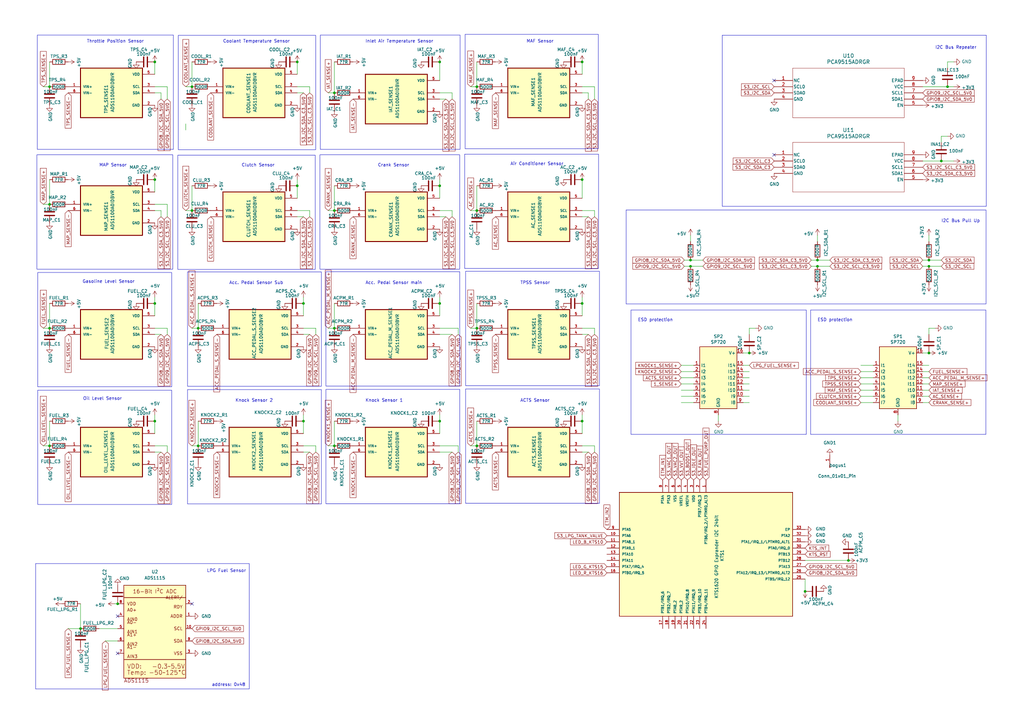
<source format=kicad_sch>
(kicad_sch (version 20240101) (generator "eeschema") (generator_version "8.99")
  (paper "A3")
  (title_block (title "OPEN ECU: sensots") (date "2024-01-30") (rev "03-2024") (company "WWW.AEONLABS.SCIENCE") (comment 1 "Creative Commons non commercial share alike") (comment 2 "https://github.com/aeonSolutions/AeonLabs-AI-Volvo-MKII-Open-Hardware"))
  (lib_symbols
    (symbol "AeonLabs_IC:ADS1100A0IDBVR" (pin_names (offset 1.016))
      (property "Reference" "U" (at -12.7 11.16 0))
      (property "Value" "ADS1100A0IDBVR" (at -11.43 -8.89 0))
      (symbol "ADS1100A0IDBVR_0_0"
        (pin input line (at -17.78 2.54 0) (length 5.08) (name "VIN+") (number "1"))
        (pin power_in line (at 17.78 -5.08 180) (length 5.08) (name "GND") (number "2"))
        (pin output line (at 17.78 2.54 180) (length 5.08) (name "SCL") (number "3"))
        (pin output line (at 17.78 0 180) (length 5.08) (name "SDA") (number "4"))
        (pin power_in line (at 17.78 7.62 180) (length 5.08) (name "VDD") (number "5"))
        (pin input line (at -17.78 0 0) (length 5.08) (name "VIN-") (number "6"))
      )
    )
    (symbol "AeonLabs_IC:KTS1620 GPIO Exprander I2C 24bit" (pin_names (offset 1.016))
      (property "Reference" "IC" (at 57.15 40.64 0))
      (property "Value" "KTS1620 GPIO Exprander I2C 24bit" (at 57.15 38.1 0))
      (symbol "KTS1620 GPIO Exprander I2C 24bit_0_0"
        (pin bidirectional line (at 0 0 0) (length 5.08) (name "PTB6/IRQ_2/LPTMR0_ALT3") (number "1"))
        (pin bidirectional line (at 22.86 -40.64 90) (length 5.08) (name "PTA6") (number "10"))
        (pin bidirectional line (at 25.4 -40.64 90) (length 5.08) (name "PTA8_1") (number "11"))
        (pin bidirectional line (at 27.94 -40.64 90) (length 5.08) (name "PTA9_1") (number "12"))
        (pin bidirectional line (at 30.48 -40.64 90) (length 5.08) (name "PTA10") (number "13"))
        (pin bidirectional line (at 33.02 -40.64 90) (length 5.08) (name "PTA11") (number "14"))
        (pin bidirectional line (at 35.56 -40.64 90) (length 5.08) (name "PTA7/IRQ_4") (number "15"))
        (pin bidirectional line (at 38.1 -40.64 90) (length 5.08) (name "PTB0/IRQ_5") (number "16"))
        (pin bidirectional line (at 60.96 -17.78 180) (length 5.08) (name "PTB1/IRQ_6") (number "17"))
        (pin bidirectional line (at 60.96 -15.24 180) (length 5.08) (name "PTB2/IRQ_7") (number "18"))
        (pin bidirectional line (at 60.96 -12.7 180) (length 5.08) (name "PTA8_2") (number "19"))
        (pin bidirectional line (at 0 -2.54 0) (length 5.08) (name "PTB7/IRQ_3") (number "2"))
        (pin bidirectional line (at 60.96 -10.16 180) (length 5.08) (name "PTA9_2") (number "20"))
        (pin bidirectional line (at 60.96 -7.62 180) (length 5.08) (name "PTA10/IRQ_8") (number "21"))
        (pin bidirectional line (at 60.96 -5.08 180) (length 5.08) (name "PTA11/IRQ_9") (number "22"))
        (pin bidirectional line (at 60.96 -2.54 180) (length 5.08) (name "PTB3/IRQ_10") (number "23"))
        (pin bidirectional line (at 60.96 0 180) (length 5.08) (name "PTB4/IRQ_11") (number "24"))
        (pin bidirectional line (at 40.64 40.64 270) (length 5.08) (name "PTB5/IRQ_12") (number "25"))
        (pin bidirectional line (at 38.1 40.64 270) (length 5.08) (name "PTA12/IRQ_13/LPTMR0_ALT2") (number "26"))
        (pin bidirectional line (at 35.56 40.64 270) (length 5.08) (name "PTA13") (number "27"))
        (pin bidirectional line (at 33.02 40.64 270) (length 5.08) (name "PTB12") (number "28"))
        (pin bidirectional line (at 30.48 40.64 270) (length 5.08) (name "PTB13") (number "29"))
        (pin bidirectional line (at 27.94 40.64 270) (length 5.08) (name "PTA0/IRQ_0") (number "30"))
        (pin bidirectional line (at 25.4 40.64 270) (length 5.08) (name "PTA1/IRQ_1/LPTMR0_ALT1") (number "31"))
        (pin bidirectional line (at 22.86 40.64 270) (length 5.08) (name "PTA2") (number "32"))
        (pin bidirectional line (at 20.32 40.64 270) (length 5.08) (name "EP") (number "33"))
        (pin bidirectional line (at 20.32 -40.64 90) (length 5.08) (name "PTA5") (number "9"))
        (pin power_in line (at 0 -5.08 0) (length 5.08) (name "VDD") (number "3"))
        (pin input line (at 0 -7.62 0) (length 5.08) (name "VREFH") (number "4"))
        (pin input line (at 0 -10.16 0) (length 5.08) (name "VREFL") (number "5"))
        (pin power_in line (at 0 -12.7 0) (length 5.08) (name "VSS") (number "6"))
        (pin bidirectional line (at 0 -15.24 0) (length 5.08) (name "PTA3") (number "7"))
        (pin bidirectional line (at 0 -17.78 0) (length 5.08) (name "PTA4") (number "8"))
      )
    )
    (symbol "AeonLabs_IC:PCA9515ADRGR" (pin_names (offset 0.254))
      (property "Reference" "U" (at 30.48 10.16 0))
      (property "Value" "PCA9515ADRGR" (at 30.48 7.62 0))
      (symbol "PCA9515ADRGR_0_1"
        (pin unspecified line (at 0 0 0) (length 7.62) (name "NC") (number "1"))
        (pin unspecified line (at 0 -2.54 0) (length 7.62) (name "SCL0") (number "2"))
        (pin unspecified line (at 0 -5.08 0) (length 7.62) (name "SDA0") (number "3"))
        (pin power_in line (at 0 -7.62 0) (length 7.62) (name "GND") (number "4"))
        (pin unspecified line (at 60.96 -10.16 180) (length 7.62) (name "EN") (number "5"))
        (pin unspecified line (at 60.96 -7.62 180) (length 7.62) (name "SDA1") (number "6"))
        (pin unspecified line (at 60.96 -5.08 180) (length 7.62) (name "SCL1") (number "7"))
        (pin power_in line (at 60.96 -2.54 180) (length 7.62) (name "VCC") (number "8"))
        (pin unspecified line (at 60.96 0 180) (length 7.62) (name "EPAD") (number "9"))
      )
    )
    (symbol "AeonLabs_Sensors:ADS1115" (pin_names (offset 1.016))
      (property "Reference" "U" (at -12.7024 19.6887 0))
      (property "Value" "ADS1115" (at 0 0 0))
      (symbol "ADS1115_0_0"
        (text "-0.3~5.5V" (at -1.2717 -15.2604 0) (effects (font (size 1.7804 1.7804)) (justify left bottom)))
        (text "-50~125°C" (at -2.5418 -17.7925 0) (effects (font (size 1.7793 1.7793)) (justify left bottom)))
        (text "16-Bit I²C ADC" (at 0 16.513 0) (effects (font (size 1.5243 1.5243))))
        (text "A0+" (at -11.4486 8.9045 0) (effects (font (size 1.2721 1.2721)) (justify left)))
        (text "A0-" (at -11.4302 3.8101 0) (effects (font (size 1.27 1.27)) (justify left)))
        (text "A1+" (at -11.4373 -1.2708 0) (effects (font (size 1.2708 1.2708)) (justify left)))
        (text "A1-" (at -11.4484 -6.3603 0) (effects (font (size 1.272 1.272)) (justify left)))
        (text "ADDR" (at 11.4447 6.3582 0) (effects (font (size 1.2716 1.2716)) (justify right)))
        (text "ADS1115" (at -12.7079 -20.9681 0) (effects (font (size 1.525 1.525)) (justify left bottom)))
        (text "AIN0" (at -11.4486 5.0924 0) (effects (font (size 1.2721 1.2721)) (justify left)))
        (text "AIN1" (at -11.4302 0 0) (effects (font (size 1.27 1.27)) (justify left)))
        (text "AIN2" (at -11.4373 -5.0816 0) (effects (font (size 1.2708 1.2708)) (justify left)))
        (text "AIN3" (at -11.4484 -10.1723 0) (effects (font (size 1.272 1.272)) (justify left)))
        (text "ALERT/" (at 11.4389 13.9809 0) (effects (font (size 1.271 1.271)) (justify right)))
        (text "RDY" (at 11.4389 10.1699 0) (effects (font (size 1.271 1.271)) (justify right)))
        (text "SCL" (at 11.4523 1.2725 0) (effects (font (size 1.2725 1.2725)) (justify right)))
        (text "SDA" (at 11.4503 -3.8168 0) (effects (font (size 1.2723 1.2723)) (justify right)))
        (text "Temp:" (at -11.4321 -17.7833 0) (effects (font (size 1.7783 1.7783)) (justify left bottom)))
        (text "VDD" (at -11.4468 11.4468 0) (effects (font (size 1.2719 1.2719)) (justify left)))
        (text "VDD:" (at -11.4341 -15.2454 0) (effects (font (size 1.7786 1.7786)) (justify left bottom)))
        (text "VSS" (at 11.4432 -8.9003 0) (effects (font (size 1.2715 1.2715)) (justify right)))
        (pin bidirectional line (at 15.24 6.35 180) (length 2.54) (name "~") (number "1"))
        (pin bidirectional line (at 15.24 1.27 180) (length 2.54) (name "~") (number "10"))
        (pin bidirectional line (at 15.24 11.43 180) (length 2.54) (name "~") (number "2"))
        (pin bidirectional line (at 15.24 -8.89 180) (length 2.54) (name "~") (number "3"))
        (pin bidirectional line (at -15.24 6.35 0) (length 2.54) (name "~") (number "4"))
        (pin bidirectional line (at -15.24 1.27 0) (length 2.54) (name "~") (number "5"))
        (pin bidirectional line (at -15.24 -3.81 0) (length 2.54) (name "~") (number "6"))
        (pin bidirectional line (at -15.24 -8.89 0) (length 2.54) (name "~") (number "7"))
        (pin bidirectional line (at -15.24 11.43 0) (length 2.54) (name "~") (number "8"))
        (pin bidirectional line (at 15.24 -3.81 180) (length 2.54) (name "~") (number "9"))
      )
    )
    (symbol "Connector:Conn_01x01_Pin" (pin_names (offset 1.016) hide)
      (property "Reference" "J" (at 0 2.54 0))
      (property "Value" "Conn_01x01_Pin" (at 0 -2.54 0))
      (symbol "Conn_01x01_Pin_1_1"
        (pin passive line (at 5.08 0 180) (length 3.81) (name "Pin_1") (number "1"))
      )
    )
    (symbol "Device:C" (pin_numbers hide) (pin_names (offset 0.254))
      (property "Reference" "C" (at 0.635 2.54 0))
      (property "Value" "C" (at 0.635 -2.54 0))
      (symbol "C_1_1"
        (pin passive line (at 0 3.81 270) (length 2.794) (name "~") (number "1"))
        (pin passive line (at 0 -3.81 90) (length 2.794) (name "~") (number "2"))
      )
    )
    (symbol "Device:R" (pin_numbers hide) (pin_names (offset 0))
      (property "Reference" "R" (at 2.032 0 90))
      (property "Value" "R" (at 0 0 90))
      (symbol "R_1_1"
        (pin passive line (at 0 3.81 270) (length 1.27) (name "~") (number "1"))
        (pin passive line (at 0 -3.81 90) (length 1.27) (name "~") (number "2"))
      )
    )
    (symbol "IC_Automotive:SP720"
      (property "Reference" "U" (at 0 15.875 0))
      (property "Value" "SP720" (at 0 13.97 0))
      (symbol "SP720_1_1"
        (pin input line (at -10.16 5.08 0) (length 2.54) (name "I1") (number "1"))
        (pin input line (at 10.16 -7.62 180) (length 2.54) (name "I9") (number "10"))
        (pin input line (at 10.16 -5.08 180) (length 2.54) (name "I10") (number "11"))
        (pin input line (at 10.16 -2.54 180) (length 2.54) (name "I11") (number "12"))
        (pin input line (at 10.16 0 180) (length 2.54) (name "I12") (number "13"))
        (pin open_collector line (at 10.16 2.54 180) (length 2.54) (name "I13") (number "14"))
        (pin input line (at 10.16 5.08 180) (length 2.54) (name "I14") (number "15"))
        (pin power_in line (at 10.16 10.16 180) (length 2.54) (name "V+") (number "16"))
        (pin input line (at -10.16 2.54 0) (length 2.54) (name "I2") (number "2"))
        (pin input line (at -10.16 0 0) (length 2.54) (name "I3") (number "3"))
        (pin input line (at -10.16 -2.54 0) (length 2.54) (name "I4") (number "4"))
        (pin input line (at -10.16 -5.08 0) (length 2.54) (name "I5") (number "5"))
        (pin input line (at -10.16 -7.62 0) (length 2.54) (name "I6") (number "6"))
        (pin input line (at -10.16 -10.16 0) (length 2.54) (name "I7") (number "7"))
        (pin power_in line (at 0 -15.24 90) (length 2.54) (name "GND") (number "8"))
        (pin input line (at 10.16 -10.16 180) (length 2.54) (name "I8") (number "9"))
      )
    )
    (symbol "power:+3V3" (power) (pin_names (offset 0))
      (property "Value" "+3V3" (at 0 3.556 0))
      (symbol "+3V3_1_1"
        (pin power_in line (at 0 0 90) (length 0) hide (name "+3V3") (number "1"))
      )
    )
    (symbol "power:+5V" (power) (pin_names (offset 0))
      (property "Value" "+5V" (at 0 3.556 0))
      (symbol "+5V_1_1"
        (pin power_in line (at 0 0 90) (length 0) hide (name "+5V") (number "1"))
      )
    )
    (symbol "power:GND" (power) (pin_names (offset 0))
      (property "Value" "GND" (at 0 -3.81 0))
      (symbol "GND_1_1"
        (pin power_in line (at 0 0 270) (length 0) hide (name "GND") (number "1"))
      )
    )
    (symbol "power:GND1" (power) (pin_names (offset 0))
      (property "Value" "GND1" (at 0 -3.81 0))
      (symbol "GND1_1_1"
        (pin power_in line (at 0 0 270) (length 0) hide (name "GND1") (number "1"))
      )
    )
  )
  (junction (at 124.46 172.72))
  (junction (at 238.76 124.46))
  (junction (at 180.34 25.4))
  (junction (at 137.16 86.36))
  (junction (at 388.62 35.56))
  (junction (at 48.26 247.65))
  (junction (at 20.32 83.82))
  (junction (at 283.21 109.22))
  (junction (at 307.34 144.78))
  (junction (at 195.58 35.56))
  (junction (at 238.76 25.4))
  (junction (at 238.76 172.72))
  (junction (at 195.58 86.36))
  (junction (at 78.74 35.56))
  (junction (at 63.5 73.66))
  (junction (at 180.34 124.46))
  (junction (at 81.28 134.62))
  (junction (at 335.28 106.68))
  (junction (at 63.5 25.4))
  (junction (at 180.34 172.72))
  (junction (at 20.32 182.88))
  (junction (at 347.98 229.87))
  (junction (at 121.92 25.4))
  (junction (at 283.21 106.68))
  (junction (at 124.46 124.46))
  (junction (at 63.5 172.72))
  (junction (at 137.16 38.1))
  (junction (at 121.92 76.2))
  (junction (at 78.74 86.36))
  (junction (at 381 144.78))
  (junction (at 195.58 134.62))
  (junction (at 335.28 109.22))
  (junction (at 20.32 134.62))
  (junction (at 63.5 124.46))
  (junction (at 137.16 182.88))
  (junction (at 81.28 182.88))
  (junction (at 386.08 66.04))
  (junction (at 330.2 242.57))
  (junction (at 20.32 35.56))
  (junction (at 381 106.68))
  (junction (at 33.02 257.81))
  (junction (at 195.58 182.88))
  (junction (at 381 109.22))
  (junction (at 238.76 73.66))
  (junction (at 180.34 76.2))
  (junction (at 137.16 134.62))
  (no_connect (at 317.5 63.5))
  (no_connect (at 317.5 33.02))
  (no_connect (at 48.26 252.73))
  (no_connect (at 48.26 267.97))
  (no_connect (at 78.74 247.65))
  (wire (pts (xy 134.62 38.1) (xy 137.16 38.1)))
  (wire (pts (xy 238.76 88.9) (xy 241.3 88.9)))
  (wire (pts (xy 17.78 35.56) (xy 20.32 35.56)))
  (wire (pts (xy 358.14 157.48) (xy 353.06 157.48)))
  (wire (pts (xy 381 165.1) (xy 378.46 165.1)))
  (wire (pts (xy 180.34 38.1) (xy 185.42 38.1)))
  (wire (pts (xy 353.06 165.1) (xy 358.14 165.1)))
  (wire (pts (xy 381 154.94) (xy 378.46 154.94)))
  (wire (pts (xy 378.46 162.56) (xy 381 162.56)))
  (wire (pts (xy 332.74 109.22) (xy 335.28 109.22)))
  (wire (pts (xy 124.46 124.46) (xy 124.46 129.54)))
  (wire (pts (xy 193.04 35.56) (xy 195.58 35.56)))
  (wire (pts (xy 124.46 170.18) (xy 124.46 172.72)))
  (wire (pts (xy 66.04 88.9) (xy 66.04 86.36)))
  (wire (pts (xy 180.34 73.66) (xy 180.34 76.2)))
  (wire (pts (xy 20.32 35.56) (xy 20.32 25.4)))
  (wire (pts (xy 238.76 185.42) (xy 241.3 185.42)))
  (wire (pts (xy 17.78 182.88) (xy 20.32 182.88)))
  (wire (pts (xy 304.8 152.4) (xy 307.34 152.4)))
  (wire (pts (xy 195.58 35.56) (xy 195.58 25.4)))
  (wire (pts (xy 391.16 25.4) (xy 388.62 25.4)))
  (wire (pts (xy 68.58 185.42) (xy 68.58 182.88)))
  (wire (pts (xy 68.58 88.9) (xy 68.58 83.82)))
  (wire (pts (xy 124.46 185.42) (xy 127 185.42)))
  (wire (pts (xy 304.8 157.48) (xy 307.34 157.48)))
  (wire (pts (xy 378.46 157.48) (xy 381 157.48)))
  (wire (pts (xy 180.34 134.62) (xy 187.96 134.62)))
  (wire (pts (xy 187.96 137.16) (xy 187.96 134.62)))
  (wire (pts (xy 78.74 35.56) (xy 78.74 25.4)))
  (wire (pts (xy 180.34 137.16) (xy 185.42 137.16)))
  (wire (pts (xy 284.48 157.48) (xy 279.4 157.48)))
  (wire (pts (xy 353.06 154.94) (xy 358.14 154.94)))
  (wire (pts (xy 63.5 86.36) (xy 66.04 86.36)))
  (wire (pts (xy 63.5 172.72) (xy 63.5 177.8)))
  (wire (pts (xy 121.92 35.56) (xy 127 35.56)))
  (wire (pts (xy 378.46 106.68) (xy 381 106.68)))
  (wire (pts (xy 195.58 182.88) (xy 195.58 172.72)))
  (wire (pts (xy 129.54 137.16) (xy 129.54 134.62)))
  (wire (pts (xy 353.06 160.02) (xy 358.14 160.02)))
  (wire (pts (xy 121.92 86.36) (xy 127 86.36)))
  (wire (pts (xy 280.67 109.22) (xy 283.21 109.22)))
  (wire (pts (xy 307.34 144.78) (xy 304.8 144.78)))
  (wire (pts (xy 127 88.9) (xy 127 86.36)))
  (wire (pts (xy 17.78 134.62) (xy 20.32 134.62)))
  (wire (pts (xy 381 134.62) (xy 381 137.16)))
  (wire (pts (xy 134.62 182.88) (xy 137.16 182.88)))
  (wire (pts (xy 388.62 35.56) (xy 391.16 35.56)))
  (wire (pts (xy 20.32 182.88) (xy 20.32 172.72)))
  (wire (pts (xy 358.14 152.4) (xy 353.06 152.4)))
  (wire (pts (xy 386.08 66.04) (xy 391.16 66.04)))
  (wire (pts (xy 307.34 160.02) (xy 304.8 160.02)))
  (wire (pts (xy 124.46 134.62) (xy 129.54 134.62)))
  (wire (pts (xy 381 160.02) (xy 378.46 160.02)))
  (wire (pts (xy 134.62 134.62) (xy 137.16 134.62)))
  (wire (pts (xy 81.28 134.62) (xy 81.28 124.46)))
  (wire (pts (xy 238.76 182.88) (xy 243.84 182.88)))
  (wire (pts (xy 330.2 242.57) (xy 330.2 237.49)))
  (wire (pts (xy 81.28 182.88) (xy 81.28 172.72)))
  (wire (pts (xy 238.76 35.56) (xy 243.84 35.56)))
  (wire (pts (xy 378.46 109.22) (xy 381 109.22)))
  (wire (pts (xy 195.58 134.62) (xy 195.58 124.46)))
  (wire (pts (xy 129.54 185.42) (xy 129.54 182.88)))
  (wire (pts (xy 40.64 257.81) (xy 48.26 257.81)))
  (wire (pts (xy 243.84 185.42) (xy 243.84 182.88)))
  (wire (pts (xy 381 96.52) (xy 381 99.06)))
  (wire (pts (xy 20.32 83.82) (xy 20.32 73.66)))
  (wire (pts (xy 121.92 88.9) (xy 124.46 88.9)))
  (wire (pts (xy 63.5 124.46) (xy 63.5 129.54)))
  (wire (pts (xy 78.74 86.36) (xy 78.74 76.2)))
  (wire (pts (xy 386.08 55.88) (xy 386.08 58.42)))
  (wire (pts (xy 335.28 96.52) (xy 335.28 99.06)))
  (wire (pts (xy 193.04 182.88) (xy 195.58 182.88)))
  (wire (pts (xy 238.76 170.18) (xy 238.76 172.72)))
  (wire (pts (xy 307.34 154.94) (xy 304.8 154.94)))
  (wire (pts (xy 134.62 86.36) (xy 137.16 86.36)))
  (wire (pts (xy 185.42 40.64) (xy 185.42 38.1)))
  (wire (pts (xy 66.04 40.64) (xy 66.04 38.1)))
  (wire (pts (xy 347.98 229.87) (xy 330.2 229.87)))
  (wire (pts (xy 378.46 35.56) (xy 388.62 35.56)))
  (wire (pts (xy 63.5 170.18) (xy 63.5 172.72)))
  (wire (pts (xy 63.5 137.16) (xy 66.04 137.16)))
  (wire (pts (xy 193.04 134.62) (xy 195.58 134.62)))
  (wire (pts (xy 238.76 121.92) (xy 238.76 124.46)))
  (wire (pts (xy 243.84 137.16) (xy 243.84 134.62)))
  (wire (pts (xy 381 149.86) (xy 378.46 149.86)))
  (wire (pts (xy 124.46 182.88) (xy 129.54 182.88)))
  (wire (pts (xy 68.58 40.64) (xy 68.58 35.56)))
  (wire (pts (xy 180.34 185.42) (xy 185.42 185.42)))
  (wire (pts (xy 187.96 185.42) (xy 187.96 182.88)))
  (wire (pts (xy 243.84 40.64) (xy 243.84 35.56)))
  (wire (pts (xy 63.5 83.82) (xy 68.58 83.82)))
  (wire (pts (xy 78.74 182.88) (xy 81.28 182.88)))
  (wire (pts (xy 124.46 172.72) (xy 124.46 177.8)))
  (wire (pts (xy 121.92 25.4) (xy 121.92 30.48)))
  (wire (pts (xy 137.16 38.1) (xy 137.16 25.4)))
  (wire (pts (xy 137.16 86.36) (xy 137.16 76.2)))
  (wire (pts (xy 63.5 35.56) (xy 68.58 35.56)))
  (wire (pts (xy 193.04 86.36) (xy 195.58 86.36)))
  (wire (pts (xy 358.14 162.56) (xy 353.06 162.56)))
  (wire (pts (xy 63.5 182.88) (xy 68.58 182.88)))
  (wire (pts (xy 63.5 25.4) (xy 63.5 30.48)))
  (wire (pts (xy 283.21 106.68) (xy 288.29 106.68)))
  (wire (pts (xy 46.99 247.65) (xy 48.26 247.65)))
  (wire (pts (xy 27.94 257.81) (xy 33.02 257.81)))
  (wire (pts (xy 63.5 134.62) (xy 68.58 134.62)))
  (wire (pts (xy 33.02 257.81) (xy 33.02 247.65)))
  (wire (pts (xy 76.2 50.8) (xy 76.2 53.34)))
  (wire (pts (xy 180.34 124.46) (xy 180.34 129.54)))
  (wire (pts (xy 68.58 137.16) (xy 68.58 134.62)))
  (wire (pts (xy 17.78 83.82) (xy 20.32 83.82)))
  (wire (pts (xy 137.16 134.62) (xy 137.16 124.46)))
  (wire (pts (xy 238.76 172.72) (xy 238.76 177.8)))
  (wire (pts (xy 63.5 38.1) (xy 66.04 38.1)))
  (wire (pts (xy 284.48 152.4) (xy 279.4 152.4)))
  (wire (pts (xy 238.76 86.36) (xy 243.84 86.36)))
  (wire (pts (xy 383.54 134.62) (xy 381 134.62)))
  (wire (pts (xy 137.16 182.88) (xy 137.16 172.72)))
  (wire (pts (xy 180.34 172.72) (xy 180.34 177.8)))
  (wire (pts (xy 388.62 55.88) (xy 386.08 55.88)))
  (wire (pts (xy 243.84 88.9) (xy 243.84 86.36)))
  (wire (pts (xy 378.46 66.04) (xy 386.08 66.04)))
  (wire (pts (xy 180.34 76.2) (xy 180.34 81.28)))
  (wire (pts (xy 279.4 160.02) (xy 284.48 160.02)))
  (wire (pts (xy 180.34 88.9) (xy 182.88 88.9)))
  (wire (pts (xy 279.4 165.1) (xy 284.48 165.1)))
  (wire (pts (xy 195.58 86.36) (xy 195.58 76.2)))
  (wire (pts (xy 381 109.22) (xy 386.08 109.22)))
  (wire (pts (xy 284.48 162.56) (xy 279.4 162.56)))
  (wire (pts (xy 388.62 25.4) (xy 388.62 27.94)))
  (wire (pts (xy 307.34 134.62) (xy 307.34 137.16)))
  (wire (pts (xy 368.3 172.72) (xy 368.3 170.18)))
  (wire (pts (xy 332.74 106.68) (xy 335.28 106.68)))
  (wire (pts (xy 309.88 134.62) (xy 307.34 134.62)))
  (wire (pts (xy 279.4 154.94) (xy 284.48 154.94)))
  (wire (pts (xy 63.5 121.92) (xy 63.5 124.46)))
  (wire (pts (xy 121.92 76.2) (xy 121.92 81.28)))
  (wire (pts (xy 307.34 149.86) (xy 304.8 149.86)))
  (wire (pts (xy 238.76 73.66) (xy 238.76 81.28)))
  (wire (pts (xy 180.34 86.36) (xy 185.42 86.36)))
  (wire (pts (xy 127 38.1) (xy 127 35.56)))
  (wire (pts (xy 180.34 121.92) (xy 180.34 124.46)))
  (wire (pts (xy 185.42 88.9) (xy 185.42 86.36)))
  (wire (pts (xy 238.76 124.46) (xy 238.76 129.54)))
  (wire (pts (xy 280.67 106.68) (xy 283.21 106.68)))
  (wire (pts (xy 238.76 38.1) (xy 241.3 38.1)))
  (wire (pts (xy 283.21 109.22) (xy 288.29 109.22)))
  (wire (pts (xy 43.18 262.89) (xy 48.26 262.89)))
  (wire (pts (xy 304.8 162.56) (xy 307.34 162.56)))
  (wire (pts (xy 121.92 73.66) (xy 121.92 76.2)))
  (wire (pts (xy 241.3 40.64) (xy 241.3 38.1)))
  (wire (pts (xy 63.5 73.66) (xy 63.5 78.74)))
  (wire (pts (xy 294.64 172.72) (xy 294.64 170.18)))
  (wire (pts (xy 124.46 121.92) (xy 124.46 124.46)))
  (wire (pts (xy 180.34 170.18) (xy 180.34 172.72)))
  (wire (pts (xy 238.76 25.4) (xy 238.76 30.48)))
  (wire (pts (xy 381 144.78) (xy 378.46 144.78)))
  (wire (pts (xy 180.34 40.64) (xy 182.88 40.64)))
  (wire (pts (xy 279.4 149.86) (xy 284.48 149.86)))
  (wire (pts (xy 76.2 35.56) (xy 78.74 35.56)))
  (wire (pts (xy 381 106.68) (xy 386.08 106.68)))
  (wire (pts (xy 20.32 134.62) (xy 20.32 124.46)))
  (wire (pts (xy 78.74 134.62) (xy 81.28 134.62)))
  (wire (pts (xy 238.76 137.16) (xy 241.3 137.16)))
  (wire (pts (xy 283.21 96.52) (xy 283.21 99.06)))
  (wire (pts (xy 63.5 185.42) (xy 66.04 185.42)))
  (wire (pts (xy 335.28 106.68) (xy 340.36 106.68)))
  (wire (pts (xy 353.06 149.86) (xy 358.14 149.86)))
  (wire (pts (xy 180.34 182.88) (xy 187.96 182.88)))
  (wire (pts (xy 307.34 165.1) (xy 304.8 165.1)))
  (wire (pts (xy 180.34 25.4) (xy 180.34 33.02)))
  (wire (pts (xy 335.28 109.22) (xy 340.36 109.22)))
  (wire (pts (xy 124.46 137.16) (xy 127 137.16)))
  (wire (pts (xy 238.76 134.62) (xy 243.84 134.62)))
  (wire (pts (xy 76.2 86.36) (xy 78.74 86.36)))
  (wire (pts (xy 121.92 38.1) (xy 124.46 38.1)))
  (wire (pts (xy 378.46 152.4) (xy 381 152.4)))
  (rectangle (start 76.9112 111.5314) (end 131.826 158.4198))
  (rectangle (start 190.754 14.097) (end 245.4148 60.9854))
  (rectangle (start 190.9572 159.5374) (end 245.872 206.4258))
  (rectangle (start 15.494 111.76) (end 70.4088 158.6484))
  (rectangle (start 256.794 86.1314) (end 404.4188 124.6632))
  (rectangle (start 133.6802 159.7152) (end 188.595 206.6036))
  (rectangle (start 76.9112 159.7914) (end 131.826 206.6798))
  (rectangle (start 296.2402 14.4272) (end 404.5204 84.6328))
  (rectangle (start 15.3162 14.3764) (end 71.12 61.2648))
  (rectangle (start 190.9572 111.2774) (end 245.872 158.1658))
  (rectangle (start 258.8006 127.1524) (end 330.708 178.1556))
  (rectangle (start 131.3942 14.3764) (end 188.6966 61.2648))
  (rectangle (start 72.9488 63.627) (end 129.2606 110.5154))
  (rectangle (start 73.1266 14.5034) (end 129.4892 61.3918))
  (rectangle (start 14.605 231.14) (end 102.235 282.575))
  (rectangle (start 332.4606 127.1524) (end 404.368 178.1556))
  (rectangle (start 190.5762 63.2206) (end 245.491 110.109))
  (rectangle (start 15.494 160.02) (end 70.4088 206.9084))
  (rectangle (start 15.1384 63.5) (end 70.8914 110.3884))
  (rectangle (start 131.2164 63.5) (end 188.5442 110.3884))
  (rectangle (start 133.6802 111.4552) (end 188.595 158.3436))
  (text "Knock Sensor 1" (at 149.86 165.1 0) (effects (font (size 1.27 1.27)) (justify left bottom)))
  (text "I2C Bus Pull Up" (at 386.08 91.44 0) (effects (font (size 1.27 1.27)) (justify left bottom)))
  (text "Crank Sensor" (at 154.94 68.58 0) (effects (font (size 1.27 1.27)) (justify left bottom)))
  (text "Knock Sensor 2" (at 96.52 165.1 0) (effects (font (size 1.27 1.27)) (justify left bottom)))
  (text "address: 0x48" (at 86.868 281.686 0) (effects (font (size 1.27 1.27)) (justify left bottom)))
  (text "MAF Sensor" (at 215.9 17.78 0) (effects (font (size 1.27 1.27)) (justify left bottom)))
  (text "ESD protection" (at 335.28 132.08 0) (effects (font (size 1.27 1.27)) (justify left bottom)))
  (text "I2C Bus Repeater" (at 383.54 20.32 0) (effects (font (size 1.27 1.27)) (justify left bottom)))
  (text "LPG Fuel Sensor" (at 84.836 234.95 0) (effects (font (size 1.27 1.27)) (justify left bottom)))
  (text "Clutch Sensor" (at 99.06 68.58 0) (effects (font (size 1.27 1.27)) (justify left bottom)))
  (text "Acc. Pedal Sensor main" (at 149.86 116.84 0) (effects (font (size 1.27 1.27)) (justify left bottom)))
  (text "ESD protection" (at 261.62 132.08 0) (effects (font (size 1.27 1.27)) (justify left bottom)))
  (text "Coolant Temperature Sensor" (at 91.44 17.78 0) (effects (font (size 1.27 1.27)) (justify left bottom)))
  (text "Gasoline Level Sensor" (at 33.782 116.332 0) (effects (font (size 1.27 1.27)) (justify left bottom)))
  (text "ACTS Sensor\n" (at 213.36 165.1 0) (effects (font (size 1.27 1.27)) (justify left bottom)))
  (text "Throttle Position Sensor" (at 35.56 17.78 0) (effects (font (size 1.27 1.27)) (justify left bottom)))
  (text "MAP Sensor" (at 40.64 68.58 0) (effects (font (size 1.27 1.27)) (justify left bottom)))
  (text "Air Conditioner Sensor" (at 209.296 68.072 0) (effects (font (size 1.27 1.27)) (justify left bottom)))
  (text "TPSS Sensor\n" (at 213.36 116.84 0) (effects (font (size 1.27 1.27)) (justify left bottom)))
  (text "Inlet Air Temperature Sensor" (at 149.86 17.78 0) (effects (font (size 1.27 1.27)) (justify left bottom)))
  (text "Acc. Pedal Sensor Sub" (at 93.98 116.84 0) (effects (font (size 1.27 1.27)) (justify left bottom)))
  (text "Oil Level Sensor" (at 34.036 164.338 0) (effects (font (size 1.27 1.27)) (justify left bottom)))
  (global_label "S3_I2C_SDA_C3_5V0" (shape input) (at 124.46 88.9 270) (property "Intersheetrefs" "${INTERSHEET_REFS}" (effects (hide yes))))
  (global_label "GPIO9_I2C_SCL_5V0" (shape input) (at 187.96 137.16 270) (property "Intersheetrefs" "${INTERSHEET_REFS}" (effects (hide yes))))
  (global_label "KTS_INT" (shape input) (at 330.2 224.79 0) (property "Intersheetrefs" "${INTERSHEET_REFS}" (effects (hide yes))))
  (global_label "GPIO8_I2C_SDA_5V0" (shape input) (at 66.04 185.42 270) (property "Intersheetrefs" "${INTERSHEET_REFS}" (effects (hide yes))))
  (global_label "FUEL_SENSE-" (shape input) (at 27.94 137.16 270) (property "Intersheetrefs" "${INTERSHEET_REFS}" (effects (hide yes))))
  (global_label "KNOCK1_SENSE+" (shape input) (at 279.4 149.86 180) (property "Intersheetrefs" "${INTERSHEET_REFS}" (effects (hide yes))))
  (global_label "S3_I2C_SCL" (shape input) (at 317.5 35.56 180) (property "Intersheetrefs" "${INTERSHEET_REFS}" (effects (hide yes))))
  (global_label "IAT_SENSE-" (shape input) (at 144.78 40.64 270) (property "Intersheetrefs" "${INTERSHEET_REFS}" (effects (hide yes))))
  (global_label "CLUTCH_SENSE+" (shape input) (at 76.2 86.36 90) (property "Intersheetrefs" "${INTERSHEET_REFS}" (effects (hide yes))))
  (global_label "FUEL_SENSE+" (shape input) (at 17.78 134.62 90) (property "Intersheetrefs" "${INTERSHEET_REFS}" (effects (hide yes))))
  (global_label "S3_I2C_SCL" (shape input) (at 386.08 109.22 0) (property "Intersheetrefs" "${INTERSHEET_REFS}" (effects (hide yes))))
  (global_label "S3_VAC2_OUT" (shape input) (at 276.86 196.85 90) (property "Intersheetrefs" "${INTERSHEET_REFS}" (effects (hide yes))))
  (global_label "S3_I2C_SCL_C3_5V0" (shape input) (at 68.58 88.9 270) (property "Intersheetrefs" "${INTERSHEET_REFS}" (effects (hide yes))))
  (global_label "GPIO9_I2C_SCL_5V0" (shape input) (at 129.54 185.42 270) (property "Intersheetrefs" "${INTERSHEET_REFS}" (effects (hide yes))))
  (global_label "ACC_PEDAL_M_SENSE+" (shape input) (at 381 154.94 0) (property "Intersheetrefs" "${INTERSHEET_REFS}" (effects (hide yes))))
  (global_label "ACC_PEDAL_M_SENSE-" (shape input) (at 144.78 137.16 270) (property "Intersheetrefs" "${INTERSHEET_REFS}" (effects (hide yes))))
  (global_label "MAP_SENSE-" (shape input) (at 27.94 86.36 270) (property "Intersheetrefs" "${INTERSHEET_REFS}" (effects (hide yes))))
  (global_label "S3_I2C_SDA_C3_5V0" (shape input) (at 241.3 88.9 270) (property "Intersheetrefs" "${INTERSHEET_REFS}" (effects (hide yes))))
  (global_label "TPS_SENSE-" (shape input) (at 27.94 38.1 270) (property "Intersheetrefs" "${INTERSHEET_REFS}" (effects (hide yes))))
  (global_label "LPG_FUEL_SENSE+" (shape input) (at 27.94 257.81 270) (property "Intersheetrefs" "${INTERSHEET_REFS}" (effects (hide yes))))
  (global_label "IAT_SENSE+" (shape input) (at 134.62 38.1 90) (property "Intersheetrefs" "${INTERSHEET_REFS}" (effects (hide yes))))
  (global_label "S3_I2C_SCL_C3_5V0" (shape input) (at 243.84 137.16 270) (property "Intersheetrefs" "${INTERSHEET_REFS}" (effects (hide yes))))
  (global_label "S3_I2C_SDA" (shape input) (at 378.46 106.68 180) (property "Intersheetrefs" "${INTERSHEET_REFS}" (effects (hide yes))))
  (global_label "S3_I2C_SDA_C3_5V0" (shape input) (at 124.46 38.1 270) (property "Intersheetrefs" "${INTERSHEET_REFS}" (effects (hide yes))))
  (global_label "MAP_SENSE+" (shape input) (at 381 157.48 0) (property "Intersheetrefs" "${INTERSHEET_REFS}" (effects (hide yes))))
  (global_label "TPS_SENSE+" (shape input) (at 353.06 154.94 180) (property "Intersheetrefs" "${INTERSHEET_REFS}" (effects (hide yes))))
  (global_label "KNOCK1_SENSE+" (shape input) (at 134.62 182.88 90) (property "Intersheetrefs" "${INTERSHEET_REFS}" (effects (hide yes))))
  (global_label "GPIO8_I2C_SDA_5V0" (shape input) (at 127 185.42 270) (property "Intersheetrefs" "${INTERSHEET_REFS}" (effects (hide yes))))
  (global_label "S3_I2C_SDA_C3_5V0" (shape input) (at 182.88 40.64 270) (property "Intersheetrefs" "${INTERSHEET_REFS}" (effects (hide yes))))
  (global_label "GPIO8_I2C_SDA_5V0" (shape input) (at 288.29 106.68 0) (property "Intersheetrefs" "${INTERSHEET_REFS}" (effects (hide yes))))
  (global_label "LPG_FUEL_SENSE-" (shape input) (at 43.18 262.89 270) (property "Intersheetrefs" "${INTERSHEET_REFS}" (effects (hide yes))))
  (global_label "1_SENSE+" (shape input) (at 279.4 157.48 180) (property "Intersheetrefs" "${INTERSHEET_REFS}" (effects (hide yes))))
  (global_label "GPIO9_I2C_SCL_5V0" (shape input) (at 187.96 185.42 270) (property "Intersheetrefs" "${INTERSHEET_REFS}" (effects (hide yes))))
  (global_label "S3_I2C_SCL" (shape input) (at 378.46 109.22 180) (property "Intersheetrefs" "${INTERSHEET_REFS}" (effects (hide yes))))
  (global_label "CRANK_SENSE+" (shape input) (at 134.62 86.36 90) (property "Intersheetrefs" "${INTERSHEET_REFS}" (effects (hide yes))))
  (global_label "GPIO9_I2C_SCL_5V0" (shape input) (at 78.74 257.81 0) (property "Intersheetrefs" "${INTERSHEET_REFS}" (effects (hide yes))))
  (global_label "GPIO8_I2C_SDA_5V0" (shape input) (at 378.46 40.64 0) (property "Intersheetrefs" "${INTERSHEET_REFS}" (effects (hide yes))))
  (global_label "IAT_SENSE+" (shape input) (at 381 160.02 0) (property "Intersheetrefs" "${INTERSHEET_REFS}" (effects (hide yes))))
  (global_label "ACTS_SENSE-" (shape input) (at 203.2 185.42 270) (property "Intersheetrefs" "${INTERSHEET_REFS}" (effects (hide yes))))
  (global_label "CRANK_SENSE+" (shape input) (at 381 165.1 0) (property "Intersheetrefs" "${INTERSHEET_REFS}" (effects (hide yes))))
  (global_label "KNOCK2_SENSE+" (shape input) (at 78.74 182.88 90) (property "Intersheetrefs" "${INTERSHEET_REFS}" (effects (hide yes))))
  (global_label "CLUTCH_SENSE-" (shape input) (at 86.36 88.9 270) (property "Intersheetrefs" "${INTERSHEET_REFS}" (effects (hide yes))))
  (global_label "MAP_SENSE+" (shape input) (at 17.78 83.82 90) (property "Intersheetrefs" "${INTERSHEET_REFS}" (effects (hide yes))))
  (global_label "CLUTCH_SENSE+" (shape input) (at 353.06 162.56 180) (property "Intersheetrefs" "${INTERSHEET_REFS}" (effects (hide yes))))
  (global_label "ETM_IN2" (shape input) (at 248.92 217.17 90) (property "Intersheetrefs" "${INTERSHEET_REFS}" (effects (hide yes))))
  (global_label "GPIO8_I2C_SDA_5V0" (shape input) (at 280.67 106.68 180) (property "Intersheetrefs" "${INTERSHEET_REFS}" (effects (hide yes))))
  (global_label "MAF_SENSE+" (shape input) (at 353.06 160.02 180) (property "Intersheetrefs" "${INTERSHEET_REFS}" (effects (hide yes))))
  (global_label "MAF_SENSE-" (shape input) (at 203.2 38.1 270) (property "Intersheetrefs" "${INTERSHEET_REFS}" (effects (hide yes))))
  (global_label "S3_I2C_SDA" (shape input) (at 386.08 106.68 0) (property "Intersheetrefs" "${INTERSHEET_REFS}" (effects (hide yes))))
  (global_label "S3_FAN_OUT" (shape input) (at 287.02 196.85 90) (property "Intersheetrefs" "${INTERSHEET_REFS}" (effects (hide yes))))
  (global_label "GPIO9_I2C_SCL_5V0" (shape input) (at 243.84 185.42 270) (property "Intersheetrefs" "${INTERSHEET_REFS}" (effects (hide yes))))
  (global_label "S3_VAC1_OUT" (shape input) (at 274.32 196.85 90) (property "Intersheetrefs" "${INTERSHEET_REFS}" (effects (hide yes))))
  (global_label "COOLANT_SENSE+" (shape input) (at 76.2 35.56 90) (property "Intersheetrefs" "${INTERSHEET_REFS}" (effects (hide yes))))
  (global_label "GPIO9_I2C_SCL_5V0" (shape input) (at 68.58 185.42 270) (property "Intersheetrefs" "${INTERSHEET_REFS}" (effects (hide yes))))
  (global_label "ETM_IN1" (shape input) (at 271.78 196.85 90) (property "Intersheetrefs" "${INTERSHEET_REFS}" (effects (hide yes))))
  (global_label "S3_I2C_SCL_C3" (shape input) (at 317.5 66.04 180) (property "Intersheetrefs" "${INTERSHEET_REFS}" (effects (hide yes))))
  (global_label "S3_I2C_SCL_C3_5V0" (shape input) (at 340.36 109.22 0) (property "Intersheetrefs" "${INTERSHEET_REFS}" (effects (hide yes))))
  (global_label "S3_I2C_SCL_C3_5V0" (shape input) (at 332.74 109.22 180) (property "Intersheetrefs" "${INTERSHEET_REFS}" (effects (hide yes))))
  (global_label "ACC_PEDAL_S_SENSE+" (shape input) (at 78.74 134.62 90) (property "Intersheetrefs" "${INTERSHEET_REFS}" (effects (hide yes))))
  (global_label "GPIO9_I2C_SCL_5V0" (shape input) (at 68.58 40.64 270) (property "Intersheetrefs" "${INTERSHEET_REFS}" (effects (hide yes))))
  (global_label "S3_I2C_SDA_C3_5V0" (shape input) (at 332.74 106.68 180) (property "Intersheetrefs" "${INTERSHEET_REFS}" (effects (hide yes))))
  (global_label "TPS_SENSE+" (shape input) (at 17.78 35.56 90) (property "Intersheetrefs" "${INTERSHEET_REFS}" (effects (hide yes))))
  (global_label "GPIO8_I2C_SDA_5V0" (shape input) (at 78.74 262.89 0) (property "Intersheetrefs" "${INTERSHEET_REFS}" (effects (hide yes))))
  (global_label "AC_SENSE-" (shape input) (at 203.2 88.9 270) (property "Intersheetrefs" "${INTERSHEET_REFS}" (effects (hide yes))))
  (global_label "S3_FUEL_PUMP_OUT" (shape input) (at 289.56 196.85 90) (property "Intersheetrefs" "${INTERSHEET_REFS}" (effects (hide yes))))
  (global_label "ACTS_SENSE+" (shape input) (at 279.4 154.94 180) (property "Intersheetrefs" "${INTERSHEET_REFS}" (effects (hide yes))))
  (global_label "LED_B_KTS10" (shape input) (at 248.92 222.25 180) (property "Intersheetrefs" "${INTERSHEET_REFS}" (effects (hide yes))))
  (global_label "S3_LPG_TANK_VALVE" (shape input) (at 248.92 219.71 180) (property "Intersheetrefs" "${INTERSHEET_REFS}" (effects (hide yes))))
  (global_label "TPSS_SENSE+" (shape input) (at 353.06 157.48 180) (property "Intersheetrefs" "${INTERSHEET_REFS}" (effects (hide yes))))
  (global_label "COOLANT_SENSE-" (shape input) (at 86.36 38.1 270) (property "Intersheetrefs" "${INTERSHEET_REFS}" (effects (hide yes))))
  (global_label "S3_I2C_SDA_C3" (shape input) (at 317.5 68.58 180) (property "Intersheetrefs" "${INTERSHEET_REFS}" (effects (hide yes))))
  (global_label "MAF_SENSE+" (shape input) (at 193.04 35.56 90) (property "Intersheetrefs" "${INTERSHEET_REFS}" (effects (hide yes))))
  (global_label "S3_I2C_SCL_C3_5V0" (shape input) (at 378.46 68.58 0) (property "Intersheetrefs" "${INTERSHEET_REFS}" (effects (hide yes))))
  (global_label "GPIO8_I2C_SDA_5V0" (shape input) (at 185.42 137.16 270) (property "Intersheetrefs" "${INTERSHEET_REFS}" (effects (hide yes))))
  (global_label "GPIO8_I2C_SDA_5V0" (shape input) (at 66.04 40.64 270) (property "Intersheetrefs" "${INTERSHEET_REFS}" (effects (hide yes))))
  (global_label "GPIO8_I2C_SDA_5V0" (shape input) (at 185.42 185.42 270) (property "Intersheetrefs" "${INTERSHEET_REFS}" (effects (hide yes))))
  (global_label "KNOCK2_SENSE+" (shape input) (at 279.4 152.4 180) (property "Intersheetrefs" "${INTERSHEET_REFS}" (effects (hide yes))))
  (global_label "GPIO8_I2C_SDA_5V0" (shape input) (at 330.2 234.95 0) (property "Intersheetrefs" "${INTERSHEET_REFS}" (effects (hide yes))))
  (global_label "TPSS_SENSE+" (shape input) (at 193.04 134.62 90) (property "Intersheetrefs" "${INTERSHEET_REFS}" (effects (hide yes))))
  (global_label "AC_SENSE+" (shape input) (at 193.04 86.36 90) (property "Intersheetrefs" "${INTERSHEET_REFS}" (effects (hide yes))))
  (global_label "GPIO9_I2C_SCL_5V0" (shape input) (at 280.67 109.22 180) (property "Intersheetrefs" "${INTERSHEET_REFS}" (effects (hide yes))))
  (global_label "S3_I2C_SCL_C3_5V0" (shape input) (at 185.42 40.64 270) (property "Intersheetrefs" "${INTERSHEET_REFS}" (effects (hide yes))))
  (global_label "GPIO8_I2C_SDA_5V0" (shape input) (at 241.3 185.42 270) (property "Intersheetrefs" "${INTERSHEET_REFS}" (effects (hide yes))))
  (global_label "ACC_PEDAL_M_SENSE+" (shape input) (at 134.62 134.62 90) (property "Intersheetrefs" "${INTERSHEET_REFS}" (effects (hide yes))))
  (global_label "CRANK_SENSE-" (shape input) (at 144.78 88.9 270) (property "Intersheetrefs" "${INTERSHEET_REFS}" (effects (hide yes))))
  (global_label "ACC_PEDAL_S_SENSE+" (shape input) (at 353.06 152.4 180) (property "Intersheetrefs" "${INTERSHEET_REFS}" (effects (hide yes))))
  (global_label "S3_I2C_SCL_C3_5V0" (shape input) (at 185.42 88.9 270) (property "Intersheetrefs" "${INTERSHEET_REFS}" (effects (hide yes))))
  (global_label "KNOCK2_SENSE-" (shape input) (at 88.9 185.42 270) (property "Intersheetrefs" "${INTERSHEET_REFS}" (effects (hide yes))))
  (global_label "S3_I2C_SCL_C3_5V0" (shape input) (at 243.84 88.9 270) (property "Intersheetrefs" "${INTERSHEET_REFS}" (effects (hide yes))))
  (global_label "S3_I2C_SDA_C3_5V0" (shape input) (at 378.46 71.12 0) (property "Intersheetrefs" "${INTERSHEET_REFS}" (effects (hide yes))))
  (global_label "KNOCK1_SENSE-" (shape input) (at 144.78 185.42 270) (property "Intersheetrefs" "${INTERSHEET_REFS}" (effects (hide yes))))
  (global_label "AC_SENSE+" (shape input) (at 381 162.56 0) (property "Intersheetrefs" "${INTERSHEET_REFS}" (effects (hide yes))))
  (global_label "TPSS_SENSE-" (shape input) (at 203.2 137.16 270) (property "Intersheetrefs" "${INTERSHEET_REFS}" (effects (hide yes))))
  (global_label "S3_BOOST_OUT" (shape input) (at 281.94 196.85 90) (property "Intersheetrefs" "${INTERSHEET_REFS}" (effects (hide yes))))
  (global_label "S3_I2C_SDA_C3_5V0" (shape input) (at 241.3 137.16 270) (property "Intersheetrefs" "${INTERSHEET_REFS}" (effects (hide yes))))
  (global_label "GPIO9_I2C_SCL_5V0" (shape input) (at 68.58 137.16 270) (property "Intersheetrefs" "${INTERSHEET_REFS}" (effects (hide yes))))
  (global_label "S3_I2C_SDA_C3_5V0" (shape input) (at 66.04 88.9 270) (property "Intersheetrefs" "${INTERSHEET_REFS}" (effects (hide yes))))
  (global_label "ACTS_SENSE+" (shape input) (at 193.04 182.88 90) (property "Intersheetrefs" "${INTERSHEET_REFS}" (effects (hide yes))))
  (global_label "GPIO9_I2C_SCL_5V0" (shape input) (at 330.2 232.41 0) (property "Intersheetrefs" "${INTERSHEET_REFS}" (effects (hide yes))))
  (global_label "OIL_LEVEL_SENSE+" (shape input) (at 17.78 182.88 90) (property "Intersheetrefs" "${INTERSHEET_REFS}" (effects (hide yes))))
  (global_label "COOLANT_SENSE+" (shape input) (at 353.06 165.1 180) (property "Intersheetrefs" "${INTERSHEET_REFS}" (effects (hide yes))))
  (global_label "S3_I2C_SCL_C3_5V0" (shape input) (at 127 38.1 270) (property "Intersheetrefs" "${INTERSHEET_REFS}" (effects (hide yes))))
  (global_label "GPIO9_I2C_SCL_5V0" (shape input) (at 129.54 137.16 270) (property "Intersheetrefs" "${INTERSHEET_REFS}" (effects (hide yes))))
  (global_label "GPIO9_I2C_SCL_5V0" (shape input) (at 288.29 109.22 0) (property "Intersheetrefs" "${INTERSHEET_REFS}" (effects (hide yes))))
  (global_label "S3_I2C_SDA" (shape input) (at 317.5 38.1 180) (property "Intersheetrefs" "${INTERSHEET_REFS}" (effects (hide yes))))
  (global_label "S3_I2C_SDA_C3_5V0" (shape input) (at 241.3 40.64 270) (property "Intersheetrefs" "${INTERSHEET_REFS}" (effects (hide yes))))
  (global_label "S3_I2C_SDA_C3_5V0" (shape input) (at 340.36 106.68 0) (property "Intersheetrefs" "${INTERSHEET_REFS}" (effects (hide yes))))
  (global_label "GPIO8_I2C_SDA_5V0" (shape input) (at 66.04 137.16 270) (property "Intersheetrefs" "${INTERSHEET_REFS}" (effects (hide yes))))
  (global_label "OIL_LEVEL_SENSE-" (shape input) (at 27.94 185.42 270) (property "Intersheetrefs" "${INTERSHEET_REFS}" (effects (hide yes))))
  (global_label "S3_I2C_SCL_C3_5V0" (shape input) (at 127 88.9 270) (property "Intersheetrefs" "${INTERSHEET_REFS}" (effects (hide yes))))
  (global_label "S3_VVT_OUT" (shape input) (at 279.4 196.85 90) (property "Intersheetrefs" "${INTERSHEET_REFS}" (effects (hide yes))))
  (global_label "S3_IDLE_OUT" (shape input) (at 284.48 196.85 90) (property "Intersheetrefs" "${INTERSHEET_REFS}" (effects (hide yes))))
  (global_label "ACC_PEDAL_S_SENSE-" (shape input) (at 88.9 137.16 270) (property "Intersheetrefs" "${INTERSHEET_REFS}" (effects (hide yes))))
  (global_label "S3_I2C_SCL_C3_5V0" (shape input) (at 243.84 40.64 270) (property "Intersheetrefs" "${INTERSHEET_REFS}" (effects (hide yes))))
  (global_label "LPG_FUEL_SENSE+" (shape input) (at 307.34 149.86 0) (property "Intersheetrefs" "${INTERSHEET_REFS}" (effects (hide yes))))
  (global_label "GPIO9_I2C_SCL_5V0" (shape input) (at 378.46 38.1 0) (property "Intersheetrefs" "${INTERSHEET_REFS}" (effects (hide yes))))
  (global_label "LED_R_KTS16" (shape input) (at 248.92 234.95 180) (property "Intersheetrefs" "${INTERSHEET_REFS}" (effects (hide yes))))
  (global_label "FUEL_SENSE+" (shape input) (at 381 152.4 0) (property "Intersheetrefs" "${INTERSHEET_REFS}" (effects (hide yes))))
  (global_label "GPIO8_I2C_SDA_5V0" (shape input) (at 127 137.16 270) (property "Intersheetrefs" "${INTERSHEET_REFS}" (effects (hide yes))))
  (global_label "S3_I2C_SDA_C3_5V0" (shape input) (at 182.88 88.9 270) (property "Intersheetrefs" "${INTERSHEET_REFS}" (effects (hide yes))))
  (global_label "KTS_RST" (shape input) (at 330.2 227.33 0) (property "Intersheetrefs" "${INTERSHEET_REFS}" (effects (hide yes))))
  (global_label "LED_G_KTS15" (shape input) (at 248.92 232.41 180) (property "Intersheetrefs" "${INTERSHEET_REFS}" (effects (hide yes))))
  (symbol (lib_id "power:GND") (at 78.74 252.73 90) (unit 1)
    (property "Reference" "#PWR077" (effects (hide yes)))
    (property "Value" "GND" (at 82.55 252.7299 90) (effects (justify right)))
  )
  (symbol (lib_id "power:+5V") (at 335.28 116.84 180) (unit 1)
    (property "Reference" "#PWR0160" (effects (hide yes)))
    (property "Value" "+5V" (at 335.28 121.3866 0))
  )
  (symbol (lib_id "Device:C") (at 20.32 39.37 180) (unit 1)
    (property "Reference" "TPS_C3" (at 24.9174 41.9608 0) (effects (justify left)))
    (property "Value" "100nF" (at 23.876 37.6428 0) (effects (justify left)))
    (property "Footprint" "Capacitor_SMD:C_0603_1608Metric" (effects (hide yes)))
  )
  (symbol (lib_id "power:GND") (at 330.2 219.71 90) (unit 1)
    (property "Reference" "#PWR0306" (effects (hide yes)))
    (property "Value" "GND" (at 334.518 219.456 90) (effects (justify right)))
  )
  (symbol (lib_id "power:+5V") (at 238.76 170.18 0) (unit 1)
    (property "Reference" "#PWR0342" (effects (hide yes)))
    (property "Value" "+5V" (at 238.76 165.5318 0))
  )
  (symbol (lib_id "power:+5V") (at 144.78 124.46 270) (unit 1)
    (property "Reference" "#PWR0201" (effects (hide yes)))
    (property "Value" "+5V" (at 149.1742 124.6886 0))
  )
  (symbol (lib_id "Device:R") (at 24.13 35.56 90) (unit 1)
    (property "Reference" "TPS_R4" (at 23.495 32.7406 90))
    (property "Value" "500R" (at 24.1554 35.6362 90))
    (property "Footprint" "Resistor_SMD:R_0603_1608Metric" (effects (hide yes)))
  )
  (symbol (lib_id "power:GND") (at 180.34 93.98 0) (unit 1)
    (property "Reference" "#PWR0215" (effects (hide yes)))
    (property "Value" "GND" (at 178.3842 94.6912 90) (effects (justify right)))
  )
  (symbol (lib_id "power:GND") (at 195.58 93.98 0) (unit 1)
    (property "Reference" "#PWR069" (effects (hide yes)))
    (property "Value" "GND" (at 195.961 96.6216 90) (effects (justify right)))
  )
  (symbol (lib_id "Device:C") (at 176.53 172.72 90) (unit 1)
    (property "Reference" "KNOCK1_C2" (at 171.45 169.418 90) (effects (justify left)))
    (property "Value" "100nF" (at 178.8922 169.4942 90) (effects (justify left)))
    (property "Footprint" "Capacitor_SMD:C_0603_1608Metric" (effects (hide yes)))
  )
  (symbol (lib_id "Device:R") (at 199.39 76.2 90) (unit 1)
    (property "Reference" "AC_R1" (at 199.4662 73.914 90))
    (property "Value" "??R" (at 199.39 76.2762 90))
    (property "Footprint" "Resistor_SMD:R_0603_1608Metric" (effects (hide yes)))
  )
  (symbol (lib_id "AeonLabs_IC:ADS1100A0IDBVR") (at 220.98 38.1 0) (unit 1)
    (property "Reference" "MAF_SENSE1" (at 218.694 43.7388 90) (effects (justify left)))
    (property "Value" "ADS1100A0IDBVR" (at 221.4118 46.0502 90) (effects (justify left)))
    (property "Footprint" "AeonLabs_IC:ADS1100 16-bit ADC SOT95P280X145-6N" (effects (hide yes)))
    (property "Description" "\n16-Bit, 128SPS, 1-Ch Delta-Sigma ADC w/ PGA, Oscillator & I2C\n" (effects (hide yes)))
    (property "MF" "Texas Instruments" (effects (hide yes)))
    (property "Package" "SOT-23-6 Texas Instruments" (effects (hide yes)))
    (property "Price" "None" (effects (hide yes)))
    (property "SnapEDA_Link" "https://www.snapeda.com/parts/ADS1100A0IDBVR/Texas+Instruments/view-part/?ref=snap" (effects (hide yes)))
    (property "MP" "ADS1100A0IDBVR" (effects (hide yes)))
    (property "Purchase-URL" "https://www.snapeda.com/api/url_track_click_mouser/?unipart_id=39898&manufacturer=Texas Instruments&part_name=ADS1100A0IDBVR&search_term=None" (effects (hide yes)))
    (property "Availability" "In Stock" (effects (hide yes)))
    (property "Check_prices" "https://www.snapeda.com/parts/ADS1100A0IDBVR/Texas+Instruments/view-part/?ref=eda" (effects (hide yes)))
  )
  (symbol (lib_id "AeonLabs_IC:ADS1100A0IDBVR") (at 45.72 137.16 0) (unit 1)
    (property "Reference" "FUEL_SENSE2" (at 43.7896 143.256 90) (effects (justify left)))
    (property "Value" "ADS1100A0IDBVR" (at 46.1518 145.1102 90) (effects (justify left)))
    (property "Footprint" "AeonLabs_IC:ADS1100 16-bit ADC SOT95P280X145-6N" (effects (hide yes)))
    (property "Description" "\n16-Bit, 128SPS, 1-Ch Delta-Sigma ADC w/ PGA, Oscillator & I2C\n" (effects (hide yes)))
    (property "MF" "Texas Instruments" (effects (hide yes)))
    (property "Package" "SOT-23-6 Texas Instruments" (effects (hide yes)))
    (property "Price" "None" (effects (hide yes)))
    (property "SnapEDA_Link" "https://www.snapeda.com/parts/ADS1100A0IDBVR/Texas+Instruments/view-part/?ref=snap" (effects (hide yes)))
    (property "MP" "ADS1100A0IDBVR" (effects (hide yes)))
    (property "Purchase-URL" "https://www.snapeda.com/api/url_track_click_mouser/?unipart_id=39898&manufacturer=Texas Instruments&part_name=ADS1100A0IDBVR&search_term=None" (effects (hide yes)))
    (property "Availability" "In Stock" (effects (hide yes)))
    (property "Check_prices" "https://www.snapeda.com/parts/ADS1100A0IDBVR/Texas+Instruments/view-part/?ref=eda" (effects (hide yes)))
  )
  (symbol (lib_id "Device:R") (at 82.55 25.4 90) (unit 1)
    (property "Reference" "COOL_R1" (at 82.6262 23.114 90))
    (property "Value" "??R" (at 82.55 25.4762 90))
    (property "Footprint" "Resistor_SMD:R_0603_1608Metric" (effects (hide yes)))
  )
  (symbol (lib_id "power:GND") (at 81.28 142.24 0) (unit 1)
    (property "Reference" "#PWR0286" (effects (hide yes)))
    (property "Value" "GND" (at 81.661 144.8816 90) (effects (justify right)))
  )
  (symbol (lib_id "power:+5V") (at 203.2 25.4 270) (unit 1)
    (property "Reference" "#PWR082" (effects (hide yes)))
    (property "Value" "+5V" (at 207.5942 25.6286 0))
  )
  (symbol (lib_id "Device:C") (at 59.69 124.46 90) (unit 1)
    (property "Reference" "FUEL_C2" (at 60.5282 119.4054 90) (effects (justify left)))
    (property "Value" "100nF" (at 62.0522 121.2342 90) (effects (justify left)))
    (property "Footprint" "Capacitor_SMD:C_0603_1608Metric" (effects (hide yes)))
  )
  (symbol (lib_id "Device:C") (at 81.28 138.43 180) (unit 1)
    (property "Reference" "ACPS_C3" (at 85.8774 141.0208 0) (effects (justify left)))
    (property "Value" "100nF" (at 84.836 136.7028 0) (effects (justify left)))
    (property "Footprint" "Capacitor_SMD:C_0603_1608Metric" (effects (hide yes)))
  )
  (symbol (lib_id "Device:R") (at 199.39 172.72 90) (unit 1)
    (property "Reference" "ACTS_R1" (at 199.4662 170.434 90))
    (property "Value" "??R" (at 199.39 172.7962 90))
    (property "Footprint" "Resistor_SMD:R_0603_1608Metric" (effects (hide yes)))
  )
  (symbol (lib_id "Device:C") (at 120.65 124.46 90) (unit 1)
    (property "Reference" "ACPS_C4" (at 121.4882 119.4054 90) (effects (justify left)))
    (property "Value" "100nF" (at 123.0122 121.2342 90) (effects (justify left)))
    (property "Footprint" "Capacitor_SMD:C_0603_1608Metric" (effects (hide yes)))
  )
  (symbol (lib_id "Device:C") (at 347.98 226.06 0) (unit 1)
    (property "Reference" "ACPM_C5" (at 353.0346 226.8982 90) (effects (justify left)))
    (property "Value" "100nF" (at 351.2058 228.4222 90) (effects (justify left)))
    (property "Footprint" "Capacitor_SMD:C_0603_1608Metric" (effects (hide yes)))
  )
  (symbol (lib_id "power:+3V3") (at 378.46 73.66 270) (unit 1)
    (property "Reference" "#PWR0184" (effects (hide yes)))
    (property "Value" "+3V3" (at 381.7112 74.041 90) (effects (justify left)))
  )
  (symbol (lib_id "power:GND") (at 378.46 33.02 90) (unit 1)
    (property "Reference" "#PWR0147" (effects (hide yes)))
    (property "Value" "GND" (at 382.8542 32.893 0))
  )
  (symbol (lib_id "power:+5V") (at 238.76 73.66 0) (unit 1)
    (property "Reference" "#PWR080" (effects (hide yes)))
    (property "Value" "+5V" (at 238.76 69.0118 0))
  )
  (symbol (lib_id "power:GND") (at 317.5 40.64 0) (unit 1)
    (property "Reference" "#PWR0145" (effects (hide yes)))
    (property "Value" "GND" (at 317.627 45.0342 0))
  )
  (symbol (lib_id "power:GND") (at 63.5 142.24 0) (unit 1)
    (property "Reference" "#PWR0303" (effects (hide yes)))
    (property "Value" "GND" (at 61.5442 142.9512 90) (effects (justify right)))
  )
  (symbol (lib_id "power:GND") (at 347.98 222.25 270) (unit 1)
    (property "Reference" "#PWR0298" (effects (hide yes)))
    (property "Value" "GND" (at 349.504 219.71 90) (effects (justify right)))
  )
  (symbol (lib_id "Device:C") (at 195.58 186.69 180) (unit 1)
    (property "Reference" "ACTS_C1" (at 200.1774 189.2808 0) (effects (justify left)))
    (property "Value" "100nF" (at 199.136 184.9628 0) (effects (justify left)))
    (property "Footprint" "Capacitor_SMD:C_0603_1608Metric" (effects (hide yes)))
  )
  (symbol (lib_id "Device:R") (at 199.39 182.88 90) (unit 1)
    (property "Reference" "ACTS_R2" (at 198.755 180.0606 90))
    (property "Value" "500R" (at 199.4154 182.9562 90))
    (property "Footprint" "Resistor_SMD:R_0603_1608Metric" (effects (hide yes)))
  )
  (symbol (lib_id "Connector:Conn_01x01_Pin") (at 340.36 191.77 90) (unit 1)
    (property "Reference" "bogus1" (at 347.1926 190.8302 90) (effects (justify left)))
    (property "Value" "Conn_01x01_Pin" (at 351.2058 195.2498 90) (effects (justify left)))
    (property "Footprint" "TestPoint:TestPoint_Keystone_5000-5004_Miniature" (effects (hide yes)))
  )
  (symbol (lib_id "power:GND") (at 231.14 124.46 0) (unit 1)
    (property "Reference" "#PWR0177" (effects (hide yes)))
    (property "Value" "GND" (at 228.6 122.936 90) (effects (justify right)))
  )
  (symbol (lib_id "power:GND") (at 137.16 93.98 0) (unit 1)
    (property "Reference" "#PWR0158" (effects (hide yes)))
    (property "Value" "GND" (at 137.541 96.6216 90) (effects (justify right)))
  )
  (symbol (lib_id "AeonLabs_IC:ADS1100A0IDBVR") (at 106.68 185.42 0) (unit 1)
    (property "Reference" "KNOCK2_SENSE1" (at 104.14 192.786 90) (effects (justify left)))
    (property "Value" "ADS1100A0IDBVR" (at 107.1118 193.3702 90) (effects (justify left)))
    (property "Footprint" "AeonLabs_IC:ADS1100 16-bit ADC SOT95P280X145-6N" (effects (hide yes)))
    (property "Description" "\n16-Bit, 128SPS, 1-Ch Delta-Sigma ADC w/ PGA, Oscillator & I2C\n" (effects (hide yes)))
    (property "MF" "Texas Instruments" (effects (hide yes)))
    (property "Package" "SOT-23-6 Texas Instruments" (effects (hide yes)))
    (property "Price" "None" (effects (hide yes)))
    (property "SnapEDA_Link" "https://www.snapeda.com/parts/ADS1100A0IDBVR/Texas+Instruments/view-part/?ref=snap" (effects (hide yes)))
    (property "MP" "ADS1100A0IDBVR" (effects (hide yes)))
    (property "Purchase-URL" "https://www.snapeda.com/api/url_track_click_mouser/?unipart_id=39898&manufacturer=Texas Instruments&part_name=ADS1100A0IDBVR&search_term=None" (effects (hide yes)))
    (property "Availability" "In Stock" (effects (hide yes)))
    (property "Check_prices" "https://www.snapeda.com/parts/ADS1100A0IDBVR/Texas+Instruments/view-part/?ref=eda" (effects (hide yes)))
  )
  (symbol (lib_id "Device:C") (at 381 140.97 0) (mirror x) (unit 1)
    (property "Reference" "SP_C1" (at 385.064 137.668 90) (effects (justify left)))
    (property "Value" "100uF" (at 377.19 137.414 90) (effects (justify left)))
    (property "Footprint" "Capacitor_SMD:C_0805_2012Metric" (effects (hide yes)))
  )
  (symbol (lib_id "power:GND") (at 78.74 267.97 90) (unit 1)
    (property "Reference" "#PWR083" (effects (hide yes)))
    (property "Value" "GND" (at 82.55 267.9699 90) (effects (justify right)))
  )
  (symbol (lib_id "AeonLabs_IC:ADS1100A0IDBVR") (at 106.68 137.16 0) (unit 1)
    (property "Reference" "ACC_PEDAL_S_SENSE2" (at 104.2416 147.1676 90) (effects (justify left)))
    (property "Value" "ADS1100A0IDBVR" (at 107.1118 145.1102 90) (effects (justify left)))
    (property "Footprint" "AeonLabs_IC:ADS1100 16-bit ADC SOT95P280X145-6N" (effects (hide yes)))
    (property "Description" "\n16-Bit, 128SPS, 1-Ch Delta-Sigma ADC w/ PGA, Oscillator & I2C\n" (effects (hide yes)))
    (property "MF" "Texas Instruments" (effects (hide yes)))
    (property "Package" "SOT-23-6 Texas Instruments" (effects (hide yes)))
    (property "Price" "None" (effects (hide yes)))
    (property "SnapEDA_Link" "https://www.snapeda.com/parts/ADS1100A0IDBVR/Texas+Instruments/view-part/?ref=snap" (effects (hide yes)))
    (property "MP" "ADS1100A0IDBVR" (effects (hide yes)))
    (property "Purchase-URL" "https://www.snapeda.com/api/url_track_click_mouser/?unipart_id=39898&manufacturer=Texas Instruments&part_name=ADS1100A0IDBVR&search_term=None" (effects (hide yes)))
    (property "Availability" "In Stock" (effects (hide yes)))
    (property "Check_prices" "https://www.snapeda.com/parts/ADS1100A0IDBVR/Texas+Instruments/view-part/?ref=eda" (effects (hide yes)))
  )
  (symbol (lib_id "power:GND") (at 368.3 172.72 0) (unit 1)
    (property "Reference" "#PWR0128" (effects (hide yes)))
    (property "Value" "GND" (at 368.427 177.1142 0))
  )
  (symbol (lib_id "Device:C") (at 176.53 124.46 90) (unit 1)
    (property "Reference" "ACPM_C2" (at 177.3682 119.4054 90) (effects (justify left)))
    (property "Value" "100nF" (at 178.8922 121.2342 90) (effects (justify left)))
    (property "Footprint" "Capacitor_SMD:C_0603_1608Metric" (effects (hide yes)))
  )
  (symbol (lib_id "Device:C") (at 137.16 41.91 180) (unit 1)
    (property "Reference" "IAT_C1" (at 140.1064 44.6786 0) (effects (justify left)))
    (property "Value" "100nF" (at 140.716 40.1828 0) (effects (justify left)))
    (property "Footprint" "Capacitor_SMD:C_0603_1608Metric" (effects (hide yes)))
  )
  (symbol (lib_id "power:+5V") (at 27.94 25.4 270) (unit 1)
    (property "Reference" "#PWR0279" (effects (hide yes)))
    (property "Value" "+5V" (at 32.3342 25.6286 0))
  )
  (symbol (lib_id "AeonLabs_IC:ADS1100A0IDBVR") (at 45.72 185.42 0) (unit 1) (exclude_from_sim yes) (in_bom no) (on_board no)
    (property "Reference" "OIL_LEVEL_SENSE1" (at 43.434 194.056 90) (effects (justify left)))
    (property "Value" "ADS1100A0IDBVR" (at 46.1518 193.3702 90) (effects (justify left)))
    (property "Footprint" "AeonLabs_IC:ADS1100 16-bit ADC SOT95P280X145-6N" (effects (hide yes)))
    (property "Description" "\n16-Bit, 128SPS, 1-Ch Delta-Sigma ADC w/ PGA, Oscillator & I2C\n" (effects (hide yes)))
    (property "MF" "Texas Instruments" (effects (hide yes)))
    (property "Package" "SOT-23-6 Texas Instruments" (effects (hide yes)))
    (property "Price" "None" (effects (hide yes)))
    (property "SnapEDA_Link" "https://www.snapeda.com/parts/ADS1100A0IDBVR/Texas+Instruments/view-part/?ref=snap" (effects (hide yes)))
    (property "MP" "ADS1100A0IDBVR" (effects (hide yes)))
    (property "Purchase-URL" "https://www.snapeda.com/api/url_track_click_mouser/?unipart_id=39898&manufacturer=Texas Instruments&part_name=ADS1100A0IDBVR&search_term=None" (effects (hide yes)))
    (property "Availability" "In Stock" (effects (hide yes)))
    (property "Check_prices" "https://www.snapeda.com/parts/ADS1100A0IDBVR/Texas+Instruments/view-part/?ref=eda" (effects (hide yes)))
  )
  (symbol (lib_id "power:+5V") (at 307.34 144.78 270) (unit 1)
    (property "Reference" "#PWR0318" (effects (hide yes)))
    (property "Value" "+5V" (at 310.7944 144.78 90) (effects (justify left)))
  )
  (symbol (lib_id "power:GND") (at 238.76 190.5 0) (unit 1)
    (property "Reference" "#PWR0343" (effects (hide yes)))
    (property "Value" "GND" (at 236.8042 191.2112 90) (effects (justify right)))
  )
  (symbol (lib_id "power:+5V") (at 180.34 121.92 0) (unit 1)
    (property "Reference" "#PWR0285" (effects (hide yes)))
    (property "Value" "+5V" (at 180.34 117.2718 0))
  )
  (symbol (lib_id "power:+5V") (at 283.21 96.52 0) (unit 1)
    (property "Reference" "#PWR010" (effects (hide yes)))
    (property "Value" "+5V" (at 279.4508 95.8342 0))
  )
  (symbol (lib_id "power:GND") (at 116.84 172.72 0) (unit 1)
    (property "Reference" "#PWR0329" (effects (hide yes)))
    (property "Value" "GND" (at 114.3 171.196 90) (effects (justify right)))
  )
  (symbol (lib_id "power:GND") (at 231.14 25.4 0) (unit 1)
    (property "Reference" "#PWR086" (effects (hide yes)))
    (property "Value" "GND" (at 228.6 23.876 90) (effects (justify right)))
  )
  (symbol (lib_id "Device:R") (at 199.39 134.62 90) (unit 1)
    (property "Reference" "TPSS_R4" (at 198.755 131.8006 90))
    (property "Value" "500R" (at 199.4154 134.6962 90))
    (property "Footprint" "Resistor_SMD:R_0603_1608Metric" (effects (hide yes)))
  )
  (symbol (lib_id "power:GND") (at 20.32 43.18 0) (unit 1)
    (property "Reference" "#PWR0276" (effects (hide yes)))
    (property "Value" "GND" (at 20.701 45.8216 90) (effects (justify right)))
  )
  (symbol (lib_id "power:GND") (at 231.14 172.72 0) (unit 1)
    (property "Reference" "#PWR0341" (effects (hide yes)))
    (property "Value" "GND" (at 228.6 171.196 90) (effects (justify right)))
  )
  (symbol (lib_id "power:+5V") (at 180.34 73.66 0) (unit 1)
    (property "Reference" "#PWR0258" (effects (hide yes)))
    (property "Value" "+5V" (at 180.34 69.0118 0))
  )
  (symbol (lib_id "power:+5V") (at 203.2 124.46 270) (unit 1)
    (property "Reference" "#PWR0144" (effects (hide yes)))
    (property "Value" "+5V" (at 207.5942 124.6886 0))
  )
  (symbol (lib_id "power:GND") (at 55.88 73.66 0) (unit 1)
    (property "Reference" "#PWR0271" (effects (hide yes)))
    (property "Value" "GND" (at 53.34 72.136 90) (effects (justify right)))
  )
  (symbol (lib_id "Device:C") (at 334.01 242.57 270) (unit 1)
    (property "Reference" "ACPM_C4" (at 333.1718 247.6246 90) (effects (justify left)))
    (property "Value" "100nF" (at 331.6478 245.7958 90) (effects (justify left)))
    (property "Footprint" "Capacitor_SMD:C_0603_1608Metric" (effects (hide yes)))
  )
  (symbol (lib_id "power:+5V") (at 27.94 73.66 270) (unit 1)
    (property "Reference" "#PWR0266" (effects (hide yes)))
    (property "Value" "+5V" (at 32.3342 73.8886 0))
  )
  (symbol (lib_id "power:GND") (at 180.34 142.24 0) (unit 1)
    (property "Reference" "#PWR0280" (effects (hide yes)))
    (property "Value" "GND" (at 178.3842 142.9512 90) (effects (justify right)))
  )
  (symbol (lib_id "Device:C") (at 137.16 186.69 180) (unit 1)
    (property "Reference" "KNOCK1_C1" (at 140.208 188.214 90) (effects (justify left)))
    (property "Value" "100nF" (at 140.716 184.9628 0) (effects (justify left)))
    (property "Footprint" "Capacitor_SMD:C_0603_1608Metric" (effects (hide yes)))
  )
  (symbol (lib_id "power:+5V") (at 27.94 172.72 270) (unit 1)
    (property "Reference" "#PWR0321" (effects (hide yes)))
    (property "Value" "+5V" (at 32.3342 172.9486 0))
  )
  (symbol (lib_id "power:GND") (at 172.72 124.46 0) (unit 1)
    (property "Reference" "#PWR0206" (effects (hide yes)))
    (property "Value" "GND" (at 170.18 122.936 90) (effects (justify right)))
  )
  (symbol (lib_id "power:GND") (at 238.76 43.18 0) (unit 1)
    (property "Reference" "#PWR087" (effects (hide yes)))
    (property "Value" "GND" (at 236.8042 43.8912 90) (effects (justify right)))
  )
  (symbol (lib_id "Device:R") (at 24.13 25.4 90) (unit 1)
    (property "Reference" "TPS_R3" (at 24.2062 23.114 90))
    (property "Value" "??R" (at 24.13 25.4762 90))
    (property "Footprint" "Resistor_SMD:R_0603_1608Metric" (effects (hide yes)))
  )
  (symbol (lib_id "IC_Automotive:SP720") (at 368.3 154.94 0) (unit 1)
    (property "Reference" "SP1" (at 368.3 137.9982 0))
    (property "Value" "SP720" (at 368.3 140.3096 0))
    (property "Footprint" "Package_SO:SOIC-16_3.9x9.9mm_P1.27mm" (effects (hide yes)))
    (property "Datasheet" "https://m.littelfuse.com/~/media/electronics/datasheets/tvs_diode_arrays/littelfuse_tvs_diode_array_sp720_datasheet.pdf.pdf" (effects (hide yes)))
    (property "Digikey Part Number" "F3162CT-ND" (effects (hide yes)))
    (property "Manufacturer_Name" "Littelfuse" (effects (hide yes)))
    (property "Manufacturer_Part_Number" "SP720ABTG" (effects (hide yes)))
    (property "URL" "https://www.digikey.com/product-detail/en/littelfuse-inc/SP720ABTG/F3162CT-ND/1984458" (effects (hide yes)))
  )
  (symbol (lib_id "AeonLabs_IC:ADS1100A0IDBVR") (at 220.98 185.42 0) (unit 1)
    (property "Reference" "ACTS_SENSE1" (at 219.0496 191.516 90) (effects (justify left)))
    (property "Value" "ADS1100A0IDBVR" (at 221.4118 193.3702 90) (effects (justify left)))
    (property "Footprint" "AeonLabs_IC:ADS1100 16-bit ADC SOT95P280X145-6N" (effects (hide yes)))
    (property "Description" "\n16-Bit, 128SPS, 1-Ch Delta-Sigma ADC w/ PGA, Oscillator & I2C\n" (effects (hide yes)))
    (property "MF" "Texas Instruments" (effects (hide yes)))
    (property "Package" "SOT-23-6 Texas Instruments" (effects (hide yes)))
    (property "Price" "None" (effects (hide yes)))
    (property "SnapEDA_Link" "https://www.snapeda.com/parts/ADS1100A0IDBVR/Texas+Instruments/view-part/?ref=snap" (effects (hide yes)))
    (property "MP" "ADS1100A0IDBVR" (effects (hide yes)))
    (property "Purchase-URL" "https://www.snapeda.com/api/url_track_click_mouser/?unipart_id=39898&manufacturer=Texas Instruments&part_name=ADS1100A0IDBVR&search_term=None" (effects (hide yes)))
    (property "Availability" "In Stock" (effects (hide yes)))
    (property "Check_prices" "https://www.snapeda.com/parts/ADS1100A0IDBVR/Texas+Instruments/view-part/?ref=eda" (effects (hide yes)))
  )
  (symbol (lib_id "power:+5V") (at 63.5 73.66 0) (unit 1)
    (property "Reference" "#PWR0274" (effects (hide yes)))
    (property "Value" "+5V" (at 63.5 69.0118 0))
  )
  (symbol (lib_id "Device:C") (at 234.95 124.46 90) (unit 1)
    (property "Reference" "TPSS_C4" (at 235.7882 119.4054 90) (effects (justify left)))
    (property "Value" "100nF" (at 237.3122 121.2342 90) (effects (justify left)))
    (property "Footprint" "Capacitor_SMD:C_0603_1608Metric" (effects (hide yes)))
  )
  (symbol (lib_id "Device:R") (at 82.55 76.2 90) (unit 1)
    (property "Reference" "CLU_R3" (at 82.6262 73.914 90))
    (property "Value" "??R" (at 82.55 76.2762 90))
    (property "Footprint" "Resistor_SMD:R_0603_1608Metric" (effects (hide yes)))
  )
  (symbol (lib_id "power:GND") (at 81.28 190.5 0) (unit 1)
    (property "Reference" "#PWR0326" (effects (hide yes)))
    (property "Value" "GND" (at 81.661 193.1416 90) (effects (justify right)))
  )
  (symbol (lib_id "AeonLabs_IC:ADS1100A0IDBVR") (at 220.98 88.9 0) (unit 1)
    (property "Reference" "AC_SENSE1" (at 218.694 93.726 90) (effects (justify left)))
    (property "Value" "ADS1100A0IDBVR" (at 221.4118 96.8502 90) (effects (justify left)))
    (property "Footprint" "AeonLabs_IC:ADS1100 16-bit ADC SOT95P280X145-6N" (effects (hide yes)))
    (property "Description" "\n16-Bit, 128SPS, 1-Ch Delta-Sigma ADC w/ PGA, Oscillator & I2C\n" (effects (hide yes)))
    (property "MF" "Texas Instruments" (effects (hide yes)))
    (property "Package" "SOT-23-6 Texas Instruments" (effects (hide yes)))
    (property "Price" "None" (effects (hide yes)))
    (property "SnapEDA_Link" "https://www.snapeda.com/parts/ADS1100A0IDBVR/Texas+Instruments/view-part/?ref=snap" (effects (hide yes)))
    (property "MP" "ADS1100A0IDBVR" (effects (hide yes)))
    (property "Purchase-URL" "https://www.snapeda.com/api/url_track_click_mouser/?unipart_id=39898&manufacturer=Texas Instruments&part_name=ADS1100A0IDBVR&search_term=None" (effects (hide yes)))
    (property "Availability" "In Stock" (effects (hide yes)))
    (property "Check_prices" "https://www.snapeda.com/parts/ADS1100A0IDBVR/Texas+Instruments/view-part/?ref=eda" (effects (hide yes)))
  )
  (symbol (lib_id "power:+5V") (at 88.9 172.72 270) (unit 1)
    (property "Reference" "#PWR0327" (effects (hide yes)))
    (property "Value" "+5V" (at 91.694 175.514 0))
  )
  (symbol (lib_id "Device:C") (at 195.58 90.17 180) (unit 1)
    (property "Reference" "AC_C1" (at 193.294 91.694 90) (effects (justify left)))
    (property "Value" "100nF" (at 199.136 88.4428 0) (effects (justify left)))
    (property "Footprint" "Capacitor_SMD:C_0603_1608Metric" (effects (hide yes)))
  )
  (symbol (lib_id "power:GND") (at 55.88 25.4 0) (unit 1)
    (property "Reference" "#PWR0282" (effects (hide yes)))
    (property "Value" "GND" (at 53.34 23.876 90) (effects (justify right)))
  )
  (symbol (lib_id "Device:C") (at 20.32 87.63 180) (unit 1)
    (property "Reference" "MAP_C1" (at 24.9174 90.2208 0) (effects (justify left)))
    (property "Value" "100nF" (at 23.876 85.9028 0) (effects (justify left)))
    (property "Footprint" "Capacitor_SMD:C_0603_1608Metric" (effects (hide yes)))
  )
  (symbol (lib_id "power:GND") (at 195.58 142.24 0) (unit 1)
    (property "Reference" "#PWR0142" (effects (hide yes)))
    (property "Value" "GND" (at 195.961 144.8816 90) (effects (justify right)))
  )
  (symbol (lib_id "power:GND") (at 78.74 93.98 0) (unit 1)
    (property "Reference" "#PWR0130" (effects (hide yes)))
    (property "Value" "GND" (at 79.121 96.6216 90) (effects (justify right)))
  )
  (symbol (lib_id "power:+5V") (at 180.34 170.18 0) (unit 1)
    (property "Reference" "#PWR0336" (effects (hide yes)))
    (property "Value" "+5V" (at 180.34 165.5318 0))
  )
  (symbol (lib_id "power:+5V") (at 63.5 121.92 0) (unit 1)
    (property "Reference" "#PWR0304" (effects (hide yes)))
    (property "Value" "+5V" (at 63.5 117.2718 0))
  )
  (symbol (lib_id "Device:R") (at 335.28 113.03 180) (unit 1)
    (property "Reference" "I2C_SCL_R1" (at 338.1248 116.205 90))
    (property "Value" "500R" (at 335.3562 113.1824 90))
    (property "Footprint" "Resistor_SMD:R_0603_1608Metric" (effects (hide yes)))
  )
  (symbol (lib_id "power:GND") (at 55.88 172.72 0) (unit 1)
    (property "Reference" "#PWR0323" (effects (hide yes)))
    (property "Value" "GND" (at 53.34 171.196 90) (effects (justify right)))
  )
  (symbol (lib_id "Device:R") (at 140.97 172.72 90) (unit 1)
    (property "Reference" "KNOCK1_R2" (at 143.002 170.18 90))
    (property "Value" "??R" (at 140.97 172.7962 90))
    (property "Footprint" "Resistor_SMD:R_0603_1608Metric" (effects (hide yes)))
  )
  (symbol (lib_id "power:GND") (at 238.76 142.24 0) (unit 1)
    (property "Reference" "#PWR0178" (effects (hide yes)))
    (property "Value" "GND" (at 236.8042 142.9512 90) (effects (justify right)))
  )
  (symbol (lib_id "power:+3V3") (at 381 96.52 0) (unit 1)
    (property "Reference" "#PWR0161" (effects (hide yes)))
    (property "Value" "+3V3" (at 378.1552 97.9424 90) (effects (justify left)))
  )
  (symbol (lib_id "power:+5V") (at 381 144.78 270) (unit 1)
    (property "Reference" "#PWR0104" (effects (hide yes)))
    (property "Value" "+5V" (at 384.4544 144.78 90) (effects (justify left)))
  )
  (symbol (lib_id "power:GND") (at 388.62 55.88 90) (unit 1)
    (property "Reference" "#PWR0185" (effects (hide yes)))
    (property "Value" "GND" (at 391.8712 55.753 90) (effects (justify right)))
  )
  (symbol (lib_id "power:GND") (at 238.76 93.98 0) (unit 1)
    (property "Reference" "#PWR079" (effects (hide yes)))
    (property "Value" "GND" (at 236.8042 94.6912 90) (effects (justify right)))
  )
  (symbol (lib_id "Device:R") (at 24.13 172.72 90) (unit 1)
    (property "Reference" "FUEL_R3" (at 24.2062 170.434 90))
    (property "Value" "??R" (at 24.13 172.7962 90))
    (property "Footprint" "Resistor_SMD:R_0603_1608Metric" (effects (hide yes)))
  )
  (symbol (lib_id "Device:C") (at 78.74 39.37 180) (unit 1)
    (property "Reference" "COOL_C1" (at 83.3374 41.9608 0) (effects (justify left)))
    (property "Value" "100nF" (at 82.296 37.6428 0) (effects (justify left)))
    (property "Footprint" "Capacitor_SMD:C_0603_1608Metric" (effects (hide yes)))
  )
  (symbol (lib_id "Device:R") (at 82.55 86.36 90) (unit 1)
    (property "Reference" "CLU_R4" (at 81.915 83.5406 90))
    (property "Value" "500R" (at 82.5754 86.4362 90))
    (property "Footprint" "Resistor_SMD:R_0603_1608Metric" (effects (hide yes)))
  )
  (symbol (lib_id "AeonLabs_IC:ADS1100A0IDBVR") (at 45.72 86.36 0) (unit 1)
    (property "Reference" "MAP_SENSE1" (at 43.5356 94.8436 90) (effects (justify left)))
    (property "Value" "ADS1100A0IDBVR" (at 46.1518 94.3102 90) (effects (justify left)))
    (property "Footprint" "AeonLabs_IC:ADS1100 16-bit ADC SOT95P280X145-6N" (effects (hide yes)))
    (property "Description" "\n16-Bit, 128SPS, 1-Ch Delta-Sigma ADC w/ PGA, Oscillator & I2C\n" (effects (hide yes)))
    (property "MF" "Texas Instruments" (effects (hide yes)))
    (property "Package" "SOT-23-6 Texas Instruments" (effects (hide yes)))
    (property "Price" "None" (effects (hide yes)))
    (property "SnapEDA_Link" "https://www.snapeda.com/parts/ADS1100A0IDBVR/Texas+Instruments/view-part/?ref=snap" (effects (hide yes)))
    (property "MP" "ADS1100A0IDBVR" (effects (hide yes)))
    (property "Purchase-URL" "https://www.snapeda.com/api/url_track_click_mouser/?unipart_id=39898&manufacturer=Texas Instruments&part_name=ADS1100A0IDBVR&search_term=None" (effects (hide yes)))
    (property "Availability" "In Stock" (effects (hide yes)))
    (property "Check_prices" "https://www.snapeda.com/parts/ADS1100A0IDBVR/Texas+Instruments/view-part/?ref=eda" (effects (hide yes)))
  )
  (symbol (lib_id "power:+5V") (at 203.2 76.2 270) (unit 1)
    (property "Reference" "#PWR076" (effects (hide yes)))
    (property "Value" "+5V" (at 207.5942 76.4286 0))
  )
  (symbol (lib_id "power:GND") (at 124.46 142.24 0) (unit 1)
    (property "Reference" "#PWR0290" (effects (hide yes)))
    (property "Value" "GND" (at 122.5042 142.9512 90) (effects (justify right)))
  )
  (symbol (lib_id "Device:C") (at 20.32 186.69 180) (unit 1)
    (property "Reference" "FUEL_C3" (at 24.9174 189.2808 0) (effects (justify left)))
    (property "Value" "100nF" (at 23.876 184.9628 0) (effects (justify left)))
    (property "Footprint" "Capacitor_SMD:C_0603_1608Metric" (effects (hide yes)))
  )
  (symbol (lib_id "power:GND1") (at 340.36 186.69 180) (unit 1)
    (property "Reference" "#PWR0208" (effects (hide yes)))
    (property "Value" "GND1" (at 340.36 181.61 0))
  )
  (symbol (lib_id "AeonLabs_IC:ADS1100A0IDBVR") (at 104.14 38.1 0) (unit 1)
    (property "Reference" "COOLANT_SENSE1" (at 101.9556 46.5836 90) (effects (justify left)))
    (property "Value" "ADS1100A0IDBVR" (at 104.5718 46.0502 90) (effects (justify left)))
    (property "Footprint" "AeonLabs_IC:ADS1100 16-bit ADC SOT95P280X145-6N" (effects (hide yes)))
    (property "Description" "\n16-Bit, 128SPS, 1-Ch Delta-Sigma ADC w/ PGA, Oscillator & I2C\n" (effects (hide yes)))
    (property "MF" "Texas Instruments" (effects (hide yes)))
    (property "Package" "SOT-23-6 Texas Instruments" (effects (hide yes)))
    (property "Price" "None" (effects (hide yes)))
    (property "SnapEDA_Link" "https://www.snapeda.com/parts/ADS1100A0IDBVR/Texas+Instruments/view-part/?ref=snap" (effects (hide yes)))
    (property "MP" "ADS1100A0IDBVR" (effects (hide yes)))
    (property "Purchase-URL" "https://www.snapeda.com/api/url_track_click_mouser/?unipart_id=39898&manufacturer=Texas Instruments&part_name=ADS1100A0IDBVR&search_term=None" (effects (hide yes)))
    (property "Availability" "In Stock" (effects (hide yes)))
    (property "Check_prices" "https://www.snapeda.com/parts/ADS1100A0IDBVR/Texas+Instruments/view-part/?ref=eda" (effects (hide yes)))
  )
  (symbol (lib_id "AeonLabs_IC:ADS1100A0IDBVR") (at 45.72 38.1 0) (unit 1)
    (property "Reference" "TPS_SENSE1" (at 43.5356 46.5836 90) (effects (justify left)))
    (property "Value" "ADS1100A0IDBVR" (at 46.1518 46.0502 90) (effects (justify left)))
    (property "Footprint" "AeonLabs_IC:ADS1100 16-bit ADC SOT95P280X145-6N" (effects (hide yes)))
    (property "Description" "\n16-Bit, 128SPS, 1-Ch Delta-Sigma ADC w/ PGA, Oscillator & I2C\n" (effects (hide yes)))
    (property "MF" "Texas Instruments" (effects (hide yes)))
    (property "Package" "SOT-23-6 Texas Instruments" (effects (hide yes)))
    (property "Price" "None" (effects (hide yes)))
    (property "SnapEDA_Link" "https://www.snapeda.com/parts/ADS1100A0IDBVR/Texas+Instruments/view-part/?ref=snap" (effects (hide yes)))
    (property "MP" "ADS1100A0IDBVR" (effects (hide yes)))
    (property "Purchase-URL" "https://www.snapeda.com/api/url_track_click_mouser/?unipart_id=39898&manufacturer=Texas Instruments&part_name=ADS1100A0IDBVR&search_term=None" (effects (hide yes)))
    (property "Availability" "In Stock" (effects (hide yes)))
    (property "Check_prices" "https://www.snapeda.com/parts/ADS1100A0IDBVR/Texas+Instruments/view-part/?ref=eda" (effects (hide yes)))
  )
  (symbol (lib_id "power:GND") (at 195.58 43.18 0) (unit 1)
    (property "Reference" "#PWR081" (effects (hide yes)))
    (property "Value" "GND" (at 195.961 45.8216 90) (effects (justify right)))
  )
  (symbol (lib_id "power:GND") (at 78.74 43.18 0) (unit 1)
    (property "Reference" "#PWR070" (effects (hide yes)))
    (property "Value" "GND" (at 79.121 45.8216 90) (effects (justify right)))
  )
  (symbol (lib_id "Device:C") (at 59.69 73.66 90) (unit 1)
    (property "Reference" "MAP_C2" (at 60.5282 68.6054 90) (effects (justify left)))
    (property "Value" "100nF" (at 62.0522 70.4342 90) (effects (justify left)))
    (property "Footprint" "Capacitor_SMD:C_0603_1608Metric" (effects (hide yes)))
  )
  (symbol (lib_id "Device:C") (at 388.62 31.75 0) (unit 1)
    (property "Reference" "INA1_C13" (at 384.1496 28.6766 0) (effects (justify left)))
    (property "Value" "100nF" (at 391.7188 31.4198 0) (effects (justify left)))
    (property "Footprint" "Capacitor_SMD:C_0603_1608Metric" (effects (hide yes)))
  )
  (symbol (lib_id "Device:C") (at 307.34 140.97 0) (mirror x) (unit 1)
    (property "Reference" "SP_C2" (at 311.404 137.668 90) (effects (justify left)))
    (property "Value" "100uF" (at 303.53 137.414 90) (effects (justify left)))
    (property "Footprint" "Capacitor_SMD:C_0805_2012Metric" (effects (hide yes)))
  )
  (symbol (lib_id "power:GND") (at 180.34 190.5 0) (unit 1)
    (property "Reference" "#PWR0337" (effects (hide yes)))
    (property "Value" "GND" (at 178.3842 191.2112 90) (effects (justify right)))
  )
  (symbol (lib_id "AeonLabs_IC:KTS1620 GPIO Exprander I2C 24bit") (at 289.56 196.85 270) (unit 1)
    (property "Reference" "KTS1" (at 296.164 227.838 0))
    (property "Value" "KTS1620 GPIO Exprander I2C 24bit" (at 293.878 228.346 0))
    (property "Footprint" "AeonLabs_IC:KTS1620 24bit IO Expander QFN32 5x5mm.lib" (effects (hide yes)))
    (property "Description" "ARM Microcontrollers - MCU CORTEX M0+32K FLASH" (effects (hide yes)))
    (property "MANUFACTURER_PART_NUMBER" "MKL02Z32VFM4" (effects (hide yes)))
    (property "RS_PRICE-STOCK" "http://uk.rs-online.com/web/p/products/7884732" (effects (hide yes)))
    (property "RS_PART_NUMBER" "7884732" (effects (hide yes)))
    (property "MOUSER_PART_NUMBER" "841-MKL02Z32VFM4" (effects (hide yes)))
    (property "MOUSER_PRICE-STOCK" "https://www.mouser.com/Search/Refine.aspx?Keyword=841-MKL02Z32VFM4" (effects (hide yes)))
    (property "HEIGHT" "1mm" (effects (hide yes)))
  )
  (symbol (lib_id "power:+5V") (at 238.76 25.4 0) (unit 1)
    (property "Reference" "#PWR088" (effects (hide yes)))
    (property "Value" "+5V" (at 238.76 20.7518 0))
  )
  (symbol (lib_id "power:+5V") (at 63.5 170.18 0) (unit 1)
    (property "Reference" "#PWR0324" (effects (hide yes)))
    (property "Value" "+5V" (at 63.5 165.5318 0))
  )
  (symbol (lib_id "power:+5V") (at 180.34 25.4 0) (unit 1)
    (property "Reference" "#PWR0141" (effects (hide yes)))
    (property "Value" "+5V" (at 180.34 20.7518 0))
  )
  (symbol (lib_id "Device:C") (at 176.53 76.2 90) (unit 1)
    (property "Reference" "CRA_C4" (at 177.3682 71.1454 90) (effects (justify left)))
    (property "Value" "100nF" (at 178.8922 72.9742 90) (effects (justify left)))
    (property "Footprint" "Capacitor_SMD:C_0603_1608Metric" (effects (hide yes)))
  )
  (symbol (lib_id "Device:R") (at 24.13 83.82 90) (unit 1)
    (property "Reference" "MAP_R2" (at 23.495 81.0006 90))
    (property "Value" "500R" (at 24.1554 83.8962 90))
    (property "Footprint" "Resistor_SMD:R_0603_1608Metric" (effects (hide yes)))
  )
  (symbol (lib_id "power:GND") (at 33.02 265.43 0) (unit 1)
    (property "Reference" "#PWR0113" (effects (hide yes)))
    (property "Value" "GND" (at 33.401 268.0716 90) (effects (justify right)))
  )
  (symbol (lib_id "power:+5V") (at 144.78 172.72 270) (unit 1)
    (property "Reference" "#PWR0333" (effects (hide yes)))
    (property "Value" "+5V" (at 149.1742 172.9486 0))
  )
  (symbol (lib_id "power:+5V") (at 46.99 247.65 90) (unit 1)
    (property "Reference" "#PWR0117" (effects (hide yes)))
    (property "Value" "+5V" (at 40.894 248.158 90))
  )
  (symbol (lib_id "power:GND") (at 330.2 217.17 90) (unit 1)
    (property "Reference" "#PWR0293" (effects (hide yes)))
    (property "Value" "GND" (at 334.518 216.916 90) (effects (justify right)))
  )
  (symbol (lib_id "power:+3V3") (at 381 116.84 180) (unit 1)
    (property "Reference" "#PWR0156" (effects (hide yes)))
    (property "Value" "+3V3" (at 378.9172 115.9764 90) (effects (justify left)))
  )
  (symbol (lib_id "power:GND") (at 172.72 172.72 0) (unit 1)
    (property "Reference" "#PWR0335" (effects (hide yes)))
    (property "Value" "GND" (at 170.18 171.196 90) (effects (justify right)))
  )
  (symbol (lib_id "power:GND") (at 121.92 93.98 0) (unit 1)
    (property "Reference" "#PWR0137" (effects (hide yes)))
    (property "Value" "GND" (at 119.9642 94.6912 90) (effects (justify right)))
  )
  (symbol (lib_id "AeonLabs_IC:ADS1100A0IDBVR") (at 162.56 137.16 0) (unit 1)
    (property "Reference" "ACC_PEDAL_M_SENSE1" (at 160.1216 147.1676 90) (effects (justify left)))
    (property "Value" "ADS1100A0IDBVR" (at 162.9918 145.1102 90) (effects (justify left)))
    (property "Footprint" "AeonLabs_IC:ADS1100 16-bit ADC SOT95P280X145-6N" (effects (hide yes)))
    (property "Description" "\n16-Bit, 128SPS, 1-Ch Delta-Sigma ADC w/ PGA, Oscillator & I2C\n" (effects (hide yes)))
    (property "MF" "Texas Instruments" (effects (hide yes)))
    (property "Package" "SOT-23-6 Texas Instruments" (effects (hide yes)))
    (property "Price" "None" (effects (hide yes)))
    (property "SnapEDA_Link" "https://www.snapeda.com/parts/ADS1100A0IDBVR/Texas+Instruments/view-part/?ref=snap" (effects (hide yes)))
    (property "MP" "ADS1100A0IDBVR" (effects (hide yes)))
    (property "Purchase-URL" "https://www.snapeda.com/api/url_track_click_mouser/?unipart_id=39898&manufacturer=Texas Instruments&part_name=ADS1100A0IDBVR&search_term=None" (effects (hide yes)))
    (property "Availability" "In Stock" (effects (hide yes)))
    (property "Check_prices" "https://www.snapeda.com/parts/ADS1100A0IDBVR/Texas+Instruments/view-part/?ref=eda" (effects (hide yes)))
  )
  (symbol (lib_id "Device:C") (at 81.28 186.69 180) (unit 1)
    (property "Reference" "KNOCK2_C1" (at 78.74 188.468 90) (effects (justify left)))
    (property "Value" "100nF" (at 84.836 184.9628 0) (effects (justify left)))
    (property "Footprint" "Capacitor_SMD:C_0603_1608Metric" (effects (hide yes)))
  )
  (symbol (lib_id "Device:C") (at 195.58 138.43 180) (unit 1)
    (property "Reference" "TPSS_C3" (at 200.1774 141.0208 0) (effects (justify left)))
    (property "Value" "100nF" (at 199.136 136.7028 0) (effects (justify left)))
    (property "Footprint" "Capacitor_SMD:C_0603_1608Metric" (effects (hide yes)))
  )
  (symbol (lib_id "Device:R") (at 85.09 124.46 90) (unit 1)
    (property "Reference" "ACPS_R3" (at 85.1662 122.174 90))
    (property "Value" "??R" (at 85.09 124.5362 90))
    (property "Footprint" "Resistor_SMD:R_0603_1608Metric" (effects (hide yes)))
  )
  (symbol (lib_id "Device:R") (at 140.97 86.36 90) (unit 1)
    (property "Reference" "CRA_R4" (at 140.335 83.5406 90))
    (property "Value" "500R" (at 140.9954 86.4362 90))
    (property "Footprint" "Resistor_SMD:R_0603_1608Metric" (effects (hide yes)))
  )
  (symbol (lib_id "Device:C") (at 137.16 90.17 180) (unit 1)
    (property "Reference" "CRA_C3" (at 141.7574 92.7608 0) (effects (justify left)))
    (property "Value" "100nF" (at 140.716 88.4428 0) (effects (justify left)))
    (property "Footprint" "Capacitor_SMD:C_0603_1608Metric" (effects (hide yes)))
  )
  (symbol (lib_id "Device:R") (at 140.97 134.62 90) (unit 1)
    (property "Reference" "ACPM_R2" (at 140.335 131.8006 90))
    (property "Value" "500R" (at 140.9954 134.6962 90))
    (property "Footprint" "Resistor_SMD:R_0603_1608Metric" (effects (hide yes)))
  )
  (symbol (lib_id "Device:C") (at 59.69 172.72 90) (unit 1)
    (property "Reference" "FUEL_C4" (at 60.5282 167.6654 90) (effects (justify left)))
    (property "Value" "100nF" (at 62.0522 169.4942 90) (effects (justify left)))
    (property "Footprint" "Capacitor_SMD:C_0603_1608Metric" (effects (hide yes)))
  )
  (symbol (lib_id "power:GND") (at 124.46 190.5 0) (unit 1)
    (property "Reference" "#PWR0331" (effects (hide yes)))
    (property "Value" "GND" (at 122.5042 191.2112 90) (effects (justify right)))
  )
  (symbol (lib_id "power:GND") (at 231.14 73.66 0) (unit 1)
    (property "Reference" "#PWR078" (effects (hide yes)))
    (property "Value" "GND" (at 228.6 72.136 90) (effects (justify right)))
  )
  (symbol (lib_id "power:+5V") (at 335.28 96.52 0) (unit 1)
    (property "Reference" "#PWR0198" (effects (hide yes)))
    (property "Value" "+5V" (at 331.5208 95.8342 0))
  )
  (symbol (lib_id "Device:C") (at 48.26 243.84 0) (unit 1)
    (property "Reference" "FUEL_LPG_C2" (at 42.926 246.126 90) (effects (justify left)))
    (property "Value" "100nF" (at 45.212 241.808 90) (effects (justify left)))
    (property "Footprint" "Capacitor_SMD:C_0603_1608Metric" (effects (hide yes)))
  )
  (symbol (lib_id "power:+5V") (at 86.36 76.2 270) (unit 1)
    (property "Reference" "#PWR0131" (effects (hide yes)))
    (property "Value" "+5V" (at 90.7542 76.4286 0))
  )
  (symbol (lib_id "Device:R") (at 85.09 182.88 90) (unit 1)
    (property "Reference" "KNOCK2_R2" (at 87.376 180.594 90))
    (property "Value" "500R" (at 85.1154 182.9562 90))
    (property "Footprint" "Resistor_SMD:R_0603_1608Metric" (effects (hide yes)))
  )
  (symbol (lib_id "power:+5V") (at 330.2 242.57 180) (unit 1)
    (property "Reference" "#PWR0297" (effects (hide yes)))
    (property "Value" "+5V" (at 330.2 247.2182 0))
  )
  (symbol (lib_id "AeonLabs_IC:ADS1100A0IDBVR") (at 104.14 88.9 0) (unit 1)
    (property "Reference" "CLUTCH_SENSE1" (at 101.9556 97.3836 90) (effects (justify left)))
    (property "Value" "ADS1100A0IDBVR" (at 104.5718 96.8502 90) (effects (justify left)))
    (property "Footprint" "AeonLabs_IC:ADS1100 16-bit ADC SOT95P280X145-6N" (effects (hide yes)))
    (property "Description" "\n16-Bit, 128SPS, 1-Ch Delta-Sigma ADC w/ PGA, Oscillator & I2C\n" (effects (hide yes)))
    (property "MF" "Texas Instruments" (effects (hide yes)))
    (property "Package" "SOT-23-6 Texas Instruments" (effects (hide yes)))
    (property "Price" "None" (effects (hide yes)))
    (property "SnapEDA_Link" "https://www.snapeda.com/parts/ADS1100A0IDBVR/Texas+Instruments/view-part/?ref=snap" (effects (hide yes)))
    (property "MP" "ADS1100A0IDBVR" (effects (hide yes)))
    (property "Purchase-URL" "https://www.snapeda.com/api/url_track_click_mouser/?unipart_id=39898&manufacturer=Texas Instruments&part_name=ADS1100A0IDBVR&search_term=None" (effects (hide yes)))
    (property "Availability" "In Stock" (effects (hide yes)))
    (property "Check_prices" "https://www.snapeda.com/parts/ADS1100A0IDBVR/Texas+Instruments/view-part/?ref=eda" (effects (hide yes)))
  )
  (symbol (lib_id "AeonLabs_IC:PCA9515ADRGR") (at 317.5 33.02 0) (unit 1)
    (property "Reference" "U10" (at 347.98 22.86 0) (effects (font (size 1.524 1.524))))
    (property "Value" "PCA9515ADRGR" (at 347.98 25.4 0) (effects (font (size 1.524 1.524))))
    (property "Footprint" "AeonLabs_IC:PCA9515ADRGR" (effects (hide yes)))
    (property "Datasheet" "PCA9515ADRGR" (effects (hide yes)))
  )
  (symbol (lib_id "power:GND") (at 114.3 25.4 0) (unit 1)
    (property "Reference" "#PWR071" (effects (hide yes)))
    (property "Value" "GND" (at 111.76 23.876 90) (effects (justify right)))
  )
  (symbol (lib_id "Device:C") (at 195.58 39.37 180) (unit 1)
    (property "Reference" "MAF_C3" (at 200.1774 41.9608 0) (effects (justify left)))
    (property "Value" "100nF" (at 199.136 37.6428 0) (effects (justify left)))
    (property "Footprint" "Capacitor_SMD:C_0603_1608Metric" (effects (hide yes)))
  )
  (symbol (lib_id "Device:C") (at 137.16 138.43 180) (unit 1)
    (property "Reference" "ACPM_C1" (at 141.7574 141.0208 0) (effects (justify left)))
    (property "Value" "100nF" (at 140.716 136.7028 0) (effects (justify left)))
    (property "Footprint" "Capacitor_SMD:C_0603_1608Metric" (effects (hide yes)))
  )
  (symbol (lib_id "power:GND") (at 137.16 45.72 0) (unit 1)
    (property "Reference" "#PWR092" (effects (hide yes)))
    (property "Value" "GND" (at 137.541 48.3616 90) (effects (justify right)))
  )
  (symbol (lib_id "Device:C") (at 176.53 25.4 90) (unit 1)
    (property "Reference" "IAT_C2" (at 177.3682 20.3454 90) (effects (justify left)))
    (property "Value" "100nF" (at 178.8922 22.1742 90) (effects (justify left)))
    (property "Footprint" "Capacitor_SMD:C_0603_1608Metric" (effects (hide yes)))
  )
  (symbol (lib_id "power:+5V") (at 238.76 121.92 0) (unit 1)
    (property "Reference" "#PWR0179" (effects (hide yes)))
    (property "Value" "+5V" (at 238.76 117.2718 0))
  )
  (symbol (lib_id "Device:C") (at 234.95 73.66 90) (unit 1)
    (property "Reference" "AC_C2" (at 235.7882 68.6054 90) (effects (justify left)))
    (property "Value" "100nF" (at 237.3122 70.4342 90) (effects (justify left)))
    (property "Footprint" "Capacitor_SMD:C_0603_1608Metric" (effects (hide yes)))
  )
  (symbol (lib_id "Device:R") (at 199.39 86.36 90) (unit 1)
    (property "Reference" "AC_R2" (at 199.644 84.074 90))
    (property "Value" "500R" (at 199.4154 86.4362 90))
    (property "Footprint" "Resistor_SMD:R_0603_1608Metric" (effects (hide yes)))
  )
  (symbol (lib_id "IC_Automotive:SP720") (at 294.64 154.94 0) (unit 1)
    (property "Reference" "SP2" (at 294.64 137.9982 0))
    (property "Value" "SP720" (at 294.64 140.3096 0))
    (property "Footprint" "Package_SO:SOIC-16_3.9x9.9mm_P1.27mm" (effects (hide yes)))
    (property "Datasheet" "https://m.littelfuse.com/~/media/electronics/datasheets/tvs_diode_arrays/littelfuse_tvs_diode_array_sp720_datasheet.pdf.pdf" (effects (hide yes)))
    (property "Digikey Part Number" "F3162CT-ND" (effects (hide yes)))
    (property "Manufacturer_Name" "Littelfuse" (effects (hide yes)))
    (property "Manufacturer_Part_Number" "SP720ABTG" (effects (hide yes)))
    (property "URL" "https://www.digikey.com/product-detail/en/littelfuse-inc/SP720ABTG/F3162CT-ND/1984458" (effects (hide yes)))
  )
  (symbol (lib_id "power:+5V") (at 144.78 25.4 270) (unit 1)
    (property "Reference" "#PWR098" (effects (hide yes)))
    (property "Value" "+5V" (at 149.1742 25.6286 0))
  )
  (symbol (lib_id "Device:C") (at 59.69 25.4 90) (unit 1)
    (property "Reference" "TPS_C4" (at 60.5282 20.3454 90) (effects (justify left)))
    (property "Value" "100nF" (at 62.0522 22.1742 90) (effects (justify left)))
    (property "Footprint" "Capacitor_SMD:C_0603_1608Metric" (effects (hide yes)))
  )
  (symbol (lib_id "Device:C") (at 33.02 261.62 180) (unit 1)
    (property "Reference" "FUEL_LPG_C1" (at 35.56 263.144 90) (effects (justify left)))
    (property "Value" "100nF" (at 36.576 259.8928 0) (effects (justify left)))
    (property "Footprint" "Capacitor_SMD:C_0603_1608Metric" (effects (hide yes)))
  )
  (symbol (lib_id "Device:R") (at 199.39 35.56 90) (unit 1)
    (property "Reference" "MAF_R4" (at 198.755 32.7406 90))
    (property "Value" "500R" (at 199.4154 35.6362 90))
    (property "Footprint" "Resistor_SMD:R_0603_1608Metric" (effects (hide yes)))
  )
  (symbol (lib_id "power:GND") (at 114.3 76.2 0) (unit 1)
    (property "Reference" "#PWR0135" (effects (hide yes)))
    (property "Value" "GND" (at 111.76 74.676 90) (effects (justify right)))
  )
  (symbol (lib_id "power:GND") (at 337.82 242.57 180) (unit 1)
    (property "Reference" "#PWR0296" (effects (hide yes)))
    (property "Value" "GND" (at 340.36 244.094 90) (effects (justify right)))
  )
  (symbol (lib_id "Device:C") (at 234.95 25.4 90) (unit 1)
    (property "Reference" "MAF_C4" (at 235.7882 20.3454 90) (effects (justify left)))
    (property "Value" "100nF" (at 237.3122 22.1742 90) (effects (justify left)))
    (property "Footprint" "Capacitor_SMD:C_0603_1608Metric" (effects (hide yes)))
  )
  (symbol (lib_id "Device:R") (at 283.21 113.03 180) (unit 1)
    (property "Reference" "I2C_SCL_R4" (at 286.0548 116.205 90))
    (property "Value" "500R" (at 283.2862 113.1824 90))
    (property "Footprint" "Resistor_SMD:R_0603_1608Metric" (effects (hide yes)))
  )
  (symbol (lib_id "power:+5V") (at 86.36 25.4 270) (unit 1)
    (property "Reference" "#PWR085" (effects (hide yes)))
    (property "Value" "+5V" (at 90.7542 25.6286 0))
  )
  (symbol (lib_id "AeonLabs_IC:ADS1100A0IDBVR") (at 162.56 40.64 0) (unit 1)
    (property "Reference" "IAT_SENSE1" (at 160.274 46.2788 90) (effects (justify left)))
    (property "Value" "ADS1100A0IDBVR" (at 162.9918 48.5902 90) (effects (justify left)))
    (property "Footprint" "AeonLabs_IC:ADS1100 16-bit ADC SOT95P280X145-6N" (effects (hide yes)))
    (property "Description" "\n16-Bit, 128SPS, 1-Ch Delta-Sigma ADC w/ PGA, Oscillator & I2C\n" (effects (hide yes)))
    (property "MF" "Texas Instruments" (effects (hide yes)))
    (property "Package" "SOT-23-6 Texas Instruments" (effects (hide yes)))
    (property "Price" "None" (effects (hide yes)))
    (property "SnapEDA_Link" "https://www.snapeda.com/parts/ADS1100A0IDBVR/Texas+Instruments/view-part/?ref=snap" (effects (hide yes)))
    (property "MP" "ADS1100A0IDBVR" (effects (hide yes)))
    (property "Purchase-URL" "https://www.snapeda.com/api/url_track_click_mouser/?unipart_id=39898&manufacturer=Texas Instruments&part_name=ADS1100A0IDBVR&search_term=None" (effects (hide yes)))
    (property "Availability" "In Stock" (effects (hide yes)))
    (property "Check_prices" "https://www.snapeda.com/parts/ADS1100A0IDBVR/Texas+Instruments/view-part/?ref=eda" (effects (hide yes)))
  )
  (symbol (lib_id "power:GND") (at 391.16 25.4 90) (unit 1)
    (property "Reference" "#PWR0162" (effects (hide yes)))
    (property "Value" "GND" (at 394.4112 25.273 90) (effects (justify right)))
  )
  (symbol (lib_id "power:+5V") (at 283.21 116.84 180) (unit 1)
    (property "Reference" "#PWR012" (effects (hide yes)))
    (property "Value" "+5V" (at 283.21 121.3866 0))
  )
  (symbol (lib_id "power:GND") (at 195.58 190.5 0) (unit 1)
    (property "Reference" "#PWR0338" (effects (hide yes)))
    (property "Value" "GND" (at 195.961 193.1416 90) (effects (justify right)))
  )
  (symbol (lib_id "power:+5V") (at 25.4 247.65 90) (unit 1)
    (property "Reference" "#PWR0116" (effects (hide yes)))
    (property "Value" "+5V" (at 23.622 245.618 90))
  )
  (symbol (lib_id "power:GND") (at 121.92 43.18 0) (unit 1)
    (property "Reference" "#PWR073" (effects (hide yes)))
    (property "Value" "GND" (at 119.9642 43.8912 90) (effects (justify right)))
  )
  (symbol (lib_id "power:GND") (at 172.72 76.2 0) (unit 1)
    (property "Reference" "#PWR0210" (effects (hide yes)))
    (property "Value" "GND" (at 170.18 74.676 90) (effects (justify right)))
  )
  (symbol (lib_id "Device:R") (at 36.83 257.81 90) (unit 1)
    (property "Reference" "FUEL_LPG_R2" (at 40.386 255.524 90))
    (property "Value" "500R" (at 36.8554 257.8862 90))
    (property "Footprint" "Resistor_SMD:R_0603_1608Metric" (effects (hide yes)))
  )
  (symbol (lib_id "power:GND") (at 20.32 190.5 0) (unit 1)
    (property "Reference" "#PWR0320" (effects (hide yes)))
    (property "Value" "GND" (at 20.701 193.1416 90) (effects (justify right)))
  )
  (symbol (lib_id "Device:C") (at 118.11 76.2 90) (unit 1)
    (property "Reference" "CLU_C4" (at 118.9482 71.1454 90) (effects (justify left)))
    (property "Value" "100nF" (at 120.4722 72.9742 90) (effects (justify left)))
    (property "Footprint" "Capacitor_SMD:C_0603_1608Metric" (effects (hide yes)))
  )
  (symbol (lib_id "power:GND") (at 63.5 190.5 0) (unit 1)
    (property "Reference" "#PWR0325" (effects (hide yes)))
    (property "Value" "GND" (at 61.5442 191.2112 90) (effects (justify right)))
  )
  (symbol (lib_id "power:GND") (at 330.2 222.25 90) (unit 1)
    (property "Reference" "#PWR014" (effects (hide yes)))
    (property "Value" "GND" (at 334.518 221.996 90) (effects (justify right)))
  )
  (symbol (lib_id "power:+5V") (at 27.94 124.46 270) (unit 1)
    (property "Reference" "#PWR0300" (effects (hide yes)))
    (property "Value" "+5V" (at 32.3342 124.6886 0))
  )
  (symbol (lib_id "Device:R") (at 140.97 25.4 90) (unit 1)
    (property "Reference" "IAT_R1" (at 141.0462 23.114 90))
    (property "Value" "??R" (at 140.97 25.4762 90))
    (property "Footprint" "Resistor_SMD:R_0603_1608Metric" (effects (hide yes)))
  )
  (symbol (lib_id "power:GND") (at 378.46 63.5 90) (unit 1)
    (property "Reference" "#PWR0183" (effects (hide yes)))
    (property "Value" "GND" (at 382.8542 63.373 0))
  )
  (symbol (lib_id "power:+5V") (at 121.92 73.66 0) (unit 1)
    (property "Reference" "#PWR0143" (effects (hide yes)))
    (property "Value" "+5V" (at 121.92 69.0118 0))
  )
  (symbol (lib_id "power:GND") (at 20.32 91.44 0) (unit 1)
    (property "Reference" "#PWR0262" (effects (hide yes)))
    (property "Value" "GND" (at 20.701 94.0816 90) (effects (justify right)))
  )
  (symbol (lib_id "power:+3V3") (at 378.46 43.18 270) (unit 1)
    (property "Reference" "#PWR0154" (effects (hide yes)))
    (property "Value" "+3V3" (at 381.7112 43.561 90) (effects (justify left)))
  )
  (symbol (lib_id "Device:R") (at 335.28 102.87 180) (unit 1)
    (property "Reference" "I2C_SDA_R1" (at 338.7598 99.568 90))
    (property "Value" "500R" (at 335.1784 102.7176 90))
    (property "Footprint" "Resistor_SMD:R_0603_1608Metric" (effects (hide yes)))
  )
  (symbol (lib_id "power:GND") (at 180.34 45.72 0) (unit 1)
    (property "Reference" "#PWR0140" (effects (hide yes)))
    (property "Value" "GND" (at 178.3842 46.4312 90) (effects (justify right)))
  )
  (symbol (lib_id "power:GND") (at 137.16 190.5 0) (unit 1)
    (property "Reference" "#PWR0332" (effects (hide yes)))
    (property "Value" "GND" (at 137.541 193.1416 90) (effects (justify right)))
  )
  (symbol (lib_id "power:GND") (at 63.5 91.44 0) (unit 1)
    (property "Reference" "#PWR0272" (effects (hide yes)))
    (property "Value" "GND" (at 61.5442 92.1512 90) (effects (justify right)))
  )
  (symbol (lib_id "power:+3V3") (at 347.98 229.87 270) (unit 1)
    (property "Reference" "#PWR0309" (effects (hide yes)))
    (property "Value" "+3V3" (at 350.774 229.87 90) (effects (justify left)))
  )
  (symbol (lib_id "power:GND") (at 55.88 124.46 0) (unit 1)
    (property "Reference" "#PWR0302" (effects (hide yes)))
    (property "Value" "GND" (at 53.34 122.936 90) (effects (justify right)))
  )
  (symbol (lib_id "power:+5V") (at 124.46 170.18 0) (unit 1)
    (property "Reference" "#PWR0330" (effects (hide yes)))
    (property "Value" "+5V" (at 124.46 165.5318 0))
  )
  (symbol (lib_id "power:+5V") (at 203.2 172.72 270) (unit 1)
    (property "Reference" "#PWR0339" (effects (hide yes)))
    (property "Value" "+5V" (at 207.5942 172.9486 0))
  )
  (symbol (lib_id "power:GND") (at 383.54 134.62 90) (unit 1)
    (property "Reference" "#PWR0139" (effects (hide yes)))
    (property "Value" "GND" (at 386.7912 134.493 90) (effects (justify right)))
  )
  (symbol (lib_id "Device:R") (at 140.97 182.88 90) (unit 1)
    (property "Reference" "KNOCK1_R1" (at 143.764 180.086 90))
    (property "Value" "500R" (at 140.9954 182.9562 90))
    (property "Footprint" "Resistor_SMD:R_0603_1608Metric" (effects (hide yes)))
  )
  (symbol (lib_id "Device:C") (at 118.11 25.4 90) (unit 1)
    (property "Reference" "COOL_C2" (at 118.9482 20.3454 90) (effects (justify left)))
    (property "Value" "100nF" (at 120.4722 22.1742 90) (effects (justify left)))
    (property "Footprint" "Capacitor_SMD:C_0603_1608Metric" (effects (hide yes)))
  )
  (symbol (lib_id "Device:R") (at 85.09 172.72 90) (unit 1)
    (property "Reference" "KNOCK2_R1" (at 87.884 170.18 90))
    (property "Value" "??R" (at 85.09 172.7962 90))
    (property "Footprint" "Resistor_SMD:R_0603_1608Metric" (effects (hide yes)))
  )
  (symbol (lib_id "Device:C") (at 78.74 90.17 180) (unit 1)
    (property "Reference" "CLU_C3" (at 83.3374 92.7608 0) (effects (justify left)))
    (property "Value" "100nF" (at 82.296 88.4428 0) (effects (justify left)))
    (property "Footprint" "Capacitor_SMD:C_0603_1608Metric" (effects (hide yes)))
  )
  (symbol (lib_id "Device:C") (at 386.08 62.23 0) (unit 1)
    (property "Reference" "INA1_C2" (at 381.6096 59.1566 0) (effects (justify left)))
    (property "Value" "100nF" (at 389.1788 61.8998 0) (effects (justify left)))
    (property "Footprint" "Capacitor_SMD:C_0603_1608Metric" (effects (hide yes)))
  )
  (symbol (lib_id "power:GND") (at 116.84 124.46 0) (unit 1)
    (property "Reference" "#PWR0289" (effects (hide yes)))
    (property "Value" "GND" (at 114.3 122.936 90) (effects (justify right)))
  )
  (symbol (lib_id "Device:R") (at 381 102.87 180) (unit 1)
    (property "Reference" "I2C_SDA_R2" (at 384.4798 99.568 90))
    (property "Value" "500R" (at 380.8984 102.7176 90))
    (property "Footprint" "Resistor_SMD:R_0603_1608Metric" (effects (hide yes)))
  )
  (symbol (lib_id "Device:C") (at 120.65 172.72 90) (unit 1)
    (property "Reference" "KNOCK2_C2" (at 115.57 169.164 90) (effects (justify left)))
    (property "Value" "100nF" (at 123.0122 169.4942 90) (effects (justify left)))
    (property "Footprint" "Capacitor_SMD:C_0603_1608Metric" (effects (hide yes)))
  )
  (symbol (lib_id "Device:R") (at 29.21 247.65 270) (unit 1)
    (property "Reference" "FUEL_LPG_R1" (at 25.654 249.936 90))
    (property "Value" "??R" (at 29.21 247.5738 90))
    (property "Footprint" "Resistor_SMD:R_0603_1608Metric" (effects (hide yes)))
  )
  (symbol (lib_id "Device:R") (at 199.39 25.4 90) (unit 1)
    (property "Reference" "MAF_R3" (at 199.4662 23.114 90))
    (property "Value" "??R" (at 199.39 25.4762 90))
    (property "Footprint" "Resistor_SMD:R_0603_1608Metric" (effects (hide yes)))
  )
  (symbol (lib_id "power:+3V3") (at 391.16 66.04 270) (unit 1)
    (property "Reference" "#PWR0193" (effects (hide yes)))
    (property "Value" "+3V3" (at 394.4112 66.421 90) (effects (justify left)))
  )
  (symbol (lib_id "power:+5V") (at 121.92 25.4 0) (unit 1)
    (property "Reference" "#PWR072" (effects (hide yes)))
    (property "Value" "+5V" (at 121.92 20.7518 0))
  )
  (symbol (lib_id "Device:R") (at 140.97 124.46 90) (unit 1)
    (property "Reference" "ACPM_R1" (at 141.0462 122.174 90))
    (property "Value" "??R" (at 140.97 124.5362 90))
    (property "Footprint" "Resistor_SMD:R_0603_1608Metric" (effects (hide yes)))
  )
  (symbol (lib_id "Device:R") (at 24.13 124.46 90) (unit 1)
    (property "Reference" "FUEL_R1" (at 24.2062 122.174 90))
    (property "Value" "??R" (at 24.13 124.5362 90))
    (property "Footprint" "Resistor_SMD:R_0603_1608Metric" (effects (hide yes)))
  )
  (symbol (lib_id "power:GND") (at 20.32 142.24 0) (unit 1)
    (property "Reference" "#PWR0299" (effects (hide yes)))
    (property "Value" "GND" (at 20.701 144.8816 90) (effects (justify right)))
  )
  (symbol (lib_id "Device:R") (at 24.13 73.66 90) (unit 1)
    (property "Reference" "MAP_R1" (at 24.2062 71.374 90))
    (property "Value" "??R" (at 24.13 73.7362 90))
    (property "Footprint" "Resistor_SMD:R_0603_1608Metric" (effects (hide yes)))
  )
  (symbol (lib_id "Device:C") (at 20.32 138.43 180) (unit 1)
    (property "Reference" "FUEL_C1" (at 24.9174 141.0208 0) (effects (justify left)))
    (property "Value" "100nF" (at 23.876 136.7028 0) (effects (justify left)))
    (property "Footprint" "Capacitor_SMD:C_0603_1608Metric" (effects (hide yes)))
  )
  (symbol (lib_id "Device:R") (at 24.13 134.62 90) (unit 1)
    (property "Reference" "FUEL_R2" (at 23.495 131.8006 90))
    (property "Value" "500R" (at 24.1554 134.6962 90))
    (property "Footprint" "Resistor_SMD:R_0603_1608Metric" (effects (hide yes)))
  )
  (symbol (lib_id "AeonLabs_IC:ADS1100A0IDBVR") (at 162.56 88.9 0) (unit 1)
    (property "Reference" "CRANK_SENSE1" (at 160.3756 97.3836 90) (effects (justify left)))
    (property "Value" "ADS1100A0IDBVR" (at 162.9918 96.8502 90) (effects (justify left)))
    (property "Footprint" "AeonLabs_IC:ADS1100 16-bit ADC SOT95P280X145-6N" (effects (hide yes)))
    (property "Description" "\n16-Bit, 128SPS, 1-Ch Delta-Sigma ADC w/ PGA, Oscillator & I2C\n" (effects (hide yes)))
    (property "MF" "Texas Instruments" (effects (hide yes)))
    (property "Package" "SOT-23-6 Texas Instruments" (effects (hide yes)))
    (property "Price" "None" (effects (hide yes)))
    (property "SnapEDA_Link" "https://www.snapeda.com/parts/ADS1100A0IDBVR/Texas+Instruments/view-part/?ref=snap" (effects (hide yes)))
    (property "MP" "ADS1100A0IDBVR" (effects (hide yes)))
    (property "Purchase-URL" "https://www.snapeda.com/api/url_track_click_mouser/?unipart_id=39898&manufacturer=Texas Instruments&part_name=ADS1100A0IDBVR&search_term=None" (effects (hide yes)))
    (property "Availability" "In Stock" (effects (hide yes)))
    (property "Check_prices" "https://www.snapeda.com/parts/ADS1100A0IDBVR/Texas+Instruments/view-part/?ref=eda" (effects (hide yes)))
  )
  (symbol (lib_id "Device:C") (at 234.95 172.72 90) (unit 1)
    (property "Reference" "ACTS_C2" (at 235.7882 167.6654 90) (effects (justify left)))
    (property "Value" "100nF" (at 237.3122 169.4942 90) (effects (justify left)))
    (property "Footprint" "Capacitor_SMD:C_0603_1608Metric" (effects (hide yes)))
  )
  (symbol (lib_id "power:GND") (at 48.26 240.03 180) (unit 1)
    (property "Reference" "#PWR015" (effects (hide yes)))
    (property "Value" "GND" (at 51.054 237.236 0))
  )
  (symbol (lib_id "power:+5V") (at 63.5 25.4 0) (unit 1)
    (property "Reference" "#PWR0284" (effects (hide yes)))
    (property "Value" "+5V" (at 63.5 20.7518 0))
  )
  (symbol (lib_id "power:GND") (at 172.72 25.4 0) (unit 1)
    (property "Reference" "#PWR0126" (effects (hide yes)))
    (property "Value" "GND" (at 170.18 23.876 90) (effects (justify right)))
  )
  (symbol (lib_id "power:GND") (at 63.5 43.18 0) (unit 1)
    (property "Reference" "#PWR0283" (effects (hide yes)))
    (property "Value" "GND" (at 61.5442 43.8912 90) (effects (justify right)))
  )
  (symbol (lib_id "AeonLabs_IC:ADS1100A0IDBVR") (at 220.98 137.16 0) (unit 1)
    (property "Reference" "TPSS_SENSE1" (at 219.0496 143.256 90) (effects (justify left)))
    (property "Value" "ADS1100A0IDBVR" (at 221.4118 145.1102 90) (effects (justify left)))
    (property "Footprint" "AeonLabs_IC:ADS1100 16-bit ADC SOT95P280X145-6N" (effects (hide yes)))
    (property "Description" "\n16-Bit, 128SPS, 1-Ch Delta-Sigma ADC w/ PGA, Oscillator & I2C\n" (effects (hide yes)))
    (property "MF" "Texas Instruments" (effects (hide yes)))
    (property "Package" "SOT-23-6 Texas Instruments" (effects (hide yes)))
    (property "Price" "None" (effects (hide yes)))
    (property "SnapEDA_Link" "https://www.snapeda.com/parts/ADS1100A0IDBVR/Texas+Instruments/view-part/?ref=snap" (effects (hide yes)))
    (property "MP" "ADS1100A0IDBVR" (effects (hide yes)))
    (property "Purchase-URL" "https://www.snapeda.com/api/url_track_click_mouser/?unipart_id=39898&manufacturer=Texas Instruments&part_name=ADS1100A0IDBVR&search_term=None" (effects (hide yes)))
    (property "Availability" "In Stock" (effects (hide yes)))
    (property "Check_prices" "https://www.snapeda.com/parts/ADS1100A0IDBVR/Texas+Instruments/view-part/?ref=eda" (effects (hide yes)))
  )
  (symbol (lib_id "power:+5V") (at 88.9 124.46 270) (unit 1)
    (property "Reference" "#PWR0287" (effects (hide yes)))
    (property "Value" "+5V" (at 93.2942 124.6886 0))
  )
  (symbol (lib_id "Device:R") (at 24.13 182.88 90) (unit 1)
    (property "Reference" "FUEL_R4" (at 23.495 180.0606 90))
    (property "Value" "500R" (at 24.1554 182.9562 90))
    (property "Footprint" "Resistor_SMD:R_0603_1608Metric" (effects (hide yes)))
  )
  (symbol (lib_id "Device:R") (at 82.55 35.56 90) (unit 1)
    (property "Reference" "COOL_R2" (at 81.915 32.7406 90))
    (property "Value" "500R" (at 82.5754 35.6362 90))
    (property "Footprint" "Resistor_SMD:R_0603_1608Metric" (effects (hide yes)))
  )
  (symbol (lib_id "AeonLabs_IC:PCA9515ADRGR") (at 317.5 63.5 0) (unit 1)
    (property "Reference" "U11" (at 347.98 53.34 0) (effects (font (size 1.524 1.524))))
    (property "Value" "PCA9515ADRGR" (at 347.98 55.88 0) (effects (font (size 1.524 1.524))))
    (property "Footprint" "AeonLabs_IC:PCA9515ADRGR" (effects (hide yes)))
    (property "Datasheet" "PCA9515ADRGR" (effects (hide yes)))
  )
  (symbol (lib_id "Device:R") (at 140.97 38.1 90) (unit 1)
    (property "Reference" "IAT_R2" (at 140.9446 36.0426 90))
    (property "Value" "500R" (at 140.9954 38.1762 90))
    (property "Footprint" "Resistor_SMD:R_0603_1608Metric" (effects (hide yes)))
  )
  (symbol (lib_id "power:GND") (at 317.5 71.12 0) (unit 1)
    (property "Reference" "#PWR0182" (effects (hide yes)))
    (property "Value" "GND" (at 317.627 75.5142 0))
  )
  (symbol (lib_id "Device:R") (at 283.21 102.87 180) (unit 1)
    (property "Reference" "I2C_SDA_R4" (at 286.6898 99.568 90))
    (property "Value" "500R" (at 283.1084 102.7176 90))
    (property "Footprint" "Resistor_SMD:R_0603_1608Metric" (effects (hide yes)))
  )
  (symbol (lib_id "power:GND") (at 137.16 142.24 0) (unit 1)
    (property "Reference" "#PWR0200" (effects (hide yes)))
    (property "Value" "GND" (at 137.541 144.8816 90) (effects (justify right)))
  )
  (symbol (lib_id "AeonLabs_Sensors:ADS1115") (at 63.5 259.08 0) (unit 1)
    (property "Reference" "U2" (at 63.5121 234.4928 0))
    (property "Value" "ADS1115" (at 63.5121 237.0328 0))
    (property "Footprint" "AeonLabs_IC:ASD1155" (effects (hide yes)))
    (property "Description" "\nADS1115 - 16 Bit 3.3k Samples per Second Analog to Digital Converter (ADC) Evaluation Board\n" (effects (hide yes)))
    (property "MF" "Texas Instruments" (effects (hide yes)))
    (property "Package" "VSSOP-10 Texas Instruments" (effects (hide yes)))
    (property "Price" "None" (effects (hide yes)))
    (property "SnapEDA_Link" "https://www.snapeda.com/parts/ADS1115/Texas+Instruments/view-part/?ref=snap" (effects (hide yes)))
    (property "MP" "ADS1115" (effects (hide yes)))
    (property "Availability" "Not in stock" (effects (hide yes)))
    (property "Check_prices" "https://www.snapeda.com/parts/ADS1115/Texas+Instruments/view-part/?ref=eda" (effects (hide yes)))
  )
  (symbol (lib_id "power:GND") (at 294.64 172.72 0) (unit 1)
    (property "Reference" "#PWR0317" (effects (hide yes)))
    (property "Value" "GND" (at 294.767 177.1142 0))
  )
  (symbol (lib_id "power:+3V3") (at 391.16 35.56 270) (unit 1)
    (property "Reference" "#PWR0146" (effects (hide yes)))
    (property "Value" "+3V3" (at 394.4112 35.941 90) (effects (justify left)))
  )
  (symbol (lib_id "Device:R") (at 140.97 76.2 90) (unit 1)
    (property "Reference" "CRA_R3" (at 141.0462 73.914 90))
    (property "Value" "??R" (at 140.97 76.2762 90))
    (property "Footprint" "Resistor_SMD:R_0603_1608Metric" (effects (hide yes)))
  )
  (symbol (lib_id "power:+5V") (at 144.78 76.2 270) (unit 1)
    (property "Reference" "#PWR0159" (effects (hide yes)))
    (property "Value" "+5V" (at 149.1742 76.4286 0))
  )
  (symbol (lib_id "Device:R") (at 381 113.03 180) (unit 1)
    (property "Reference" "I2C_SCL_R2" (at 383.8448 116.205 90))
    (property "Value" "500R" (at 381.0762 113.1824 90))
    (property "Footprint" "Resistor_SMD:R_0603_1608Metric" (effects (hide yes)))
  )
  (symbol (lib_id "power:GND") (at 309.88 134.62 90) (unit 1)
    (property "Reference" "#PWR0319" (effects (hide yes)))
    (property "Value" "GND" (at 313.1312 134.493 90) (effects (justify right)))
  )
  (symbol (lib_id "Device:R") (at 85.09 134.62 90) (unit 1)
    (property "Reference" "ACPS_R4" (at 84.455 131.8006 90))
    (property "Value" "500R" (at 85.1154 134.6962 90))
    (property "Footprint" "Resistor_SMD:R_0603_1608Metric" (effects (hide yes)))
  )
  (symbol (lib_id "Device:R") (at 199.39 124.46 90) (unit 1)
    (property "Reference" "TPSS_R3" (at 199.4662 122.174 90))
    (property "Value" "??R" (at 199.39 124.5362 90))
    (property "Footprint" "Resistor_SMD:R_0603_1608Metric" (effects (hide yes)))
  )
  (symbol (lib_id "AeonLabs_IC:ADS1100A0IDBVR") (at 162.56 185.42 0) (unit 1)
    (property "Reference" "KNOCK1_SENSE1" (at 160.02 192.532 90) (effects (justify left)))
    (property "Value" "ADS1100A0IDBVR" (at 162.9918 193.3702 90) (effects (justify left)))
    (property "Footprint" "AeonLabs_IC:ADS1100 16-bit ADC SOT95P280X145-6N" (effects (hide yes)))
    (property "Description" "\n16-Bit, 128SPS, 1-Ch Delta-Sigma ADC w/ PGA, Oscillator & I2C\n" (effects (hide yes)))
    (property "MF" "Texas Instruments" (effects (hide yes)))
    (property "Package" "SOT-23-6 Texas Instruments" (effects (hide yes)))
    (property "Price" "None" (effects (hide yes)))
    (property "SnapEDA_Link" "https://www.snapeda.com/parts/ADS1100A0IDBVR/Texas+Instruments/view-part/?ref=snap" (effects (hide yes)))
    (property "MP" "ADS1100A0IDBVR" (effects (hide yes)))
    (property "Purchase-URL" "https://www.snapeda.com/api/url_track_click_mouser/?unipart_id=39898&manufacturer=Texas Instruments&part_name=ADS1100A0IDBVR&search_term=None" (effects (hide yes)))
    (property "Availability" "In Stock" (effects (hide yes)))
    (property "Check_prices" "https://www.snapeda.com/parts/ADS1100A0IDBVR/Texas+Instruments/view-part/?ref=eda" (effects (hide yes)))
  )
  (symbol (lib_id "power:+5V") (at 124.46 121.92 0) (unit 1)
    (property "Reference" "#PWR0291" (effects (hide yes)))
    (property "Value" "+5V" (at 124.46 117.2718 0))
  )
)
</source>
